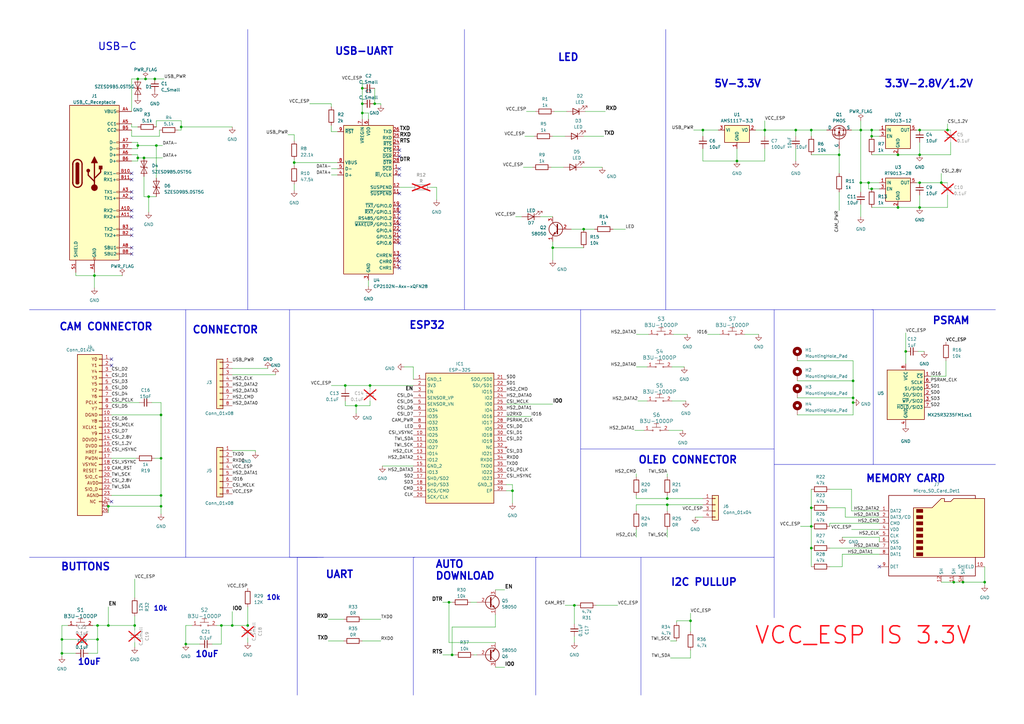
<source format=kicad_sch>
(kicad_sch (version 20230121) (generator eeschema)
  (paper "A3")
  (lib_symbols
    (symbol "Conn_01x24_1" (pin_names (offset 1.016) hide)
      (property "Reference" "J1" (at 5.08 33.02 0))
      (property "Value" "Conn_01x24" (at 1.27 31.75 0))
      (symbol "Conn_01x24_1_1_1"
        (text "AGND" (at 6.35 -27.94 0) (effects (font (size 1.27 1.27))))
        (text "AVDD" (at 6.35 -22.86 0) (effects (font (size 1.27 1.27))))
        (text "DGND" (at 5.715 5.08 0) (effects (font (size 1.27 1.27))))
        (text "DOVDD" (at 5.08 -5.08 0) (effects (font (size 1.27 1.27))))
        (text "DVDD" (at 5.715 -7.62 0) (effects (font (size 1.27 1.27))))
        (text "HREF" (at 5.715 -10.16 0) (effects (font (size 1.27 1.27))))
        (text "NC" (at 6.35 -30.48 0) (effects (font (size 1.27 1.27))))
        (text "PCLK" (at 5.715 10.16 0) (effects (font (size 1.27 1.27))))
        (text "PWDN" (at 5.715 -12.7 0) (effects (font (size 1.27 1.27))))
        (text "RESET" (at 5.08 -17.78 0) (effects (font (size 1.27 1.27))))
        (text "SIO_C" (at 5.715 -20.32 0) (effects (font (size 1.27 1.27))))
        (text "SIO_D" (at 5.715 -25.4 0) (effects (font (size 1.27 1.27))))
        (text "VSYNC" (at 5.08 -15.24 0) (effects (font (size 1.27 1.27))))
        (text "XCLK1" (at 5.08 0 0) (effects (font (size 1.27 1.27))))
        (text "Y0" (at 6.985 27.94 0) (effects (font (size 1.27 1.27))))
        (text "Y1" (at 6.985 25.4 0) (effects (font (size 1.27 1.27))))
        (text "Y2" (at 6.985 15.24 0) (effects (font (size 1.27 1.27))))
        (text "Y3" (at 6.985 20.32 0) (effects (font (size 1.27 1.27))))
        (text "Y4" (at 6.985 22.86 0) (effects (font (size 1.27 1.27))))
        (text "Y5" (at 6.985 17.78 0) (effects (font (size 1.27 1.27))))
        (text "Y6" (at 6.985 12.7 0) (effects (font (size 1.27 1.27))))
        (text "Y7" (at 6.985 7.62 0) (effects (font (size 1.27 1.27))))
        (text "Y8" (at 6.985 2.54 0) (effects (font (size 1.27 1.27))))
        (text "Y9" (at 6.985 -2.54 0) (effects (font (size 1.27 1.27))))
        (pin passive line (at 13.97 27.94 180) (length 3.81) (name "Pin_1") (number "1"))
        (pin passive line (at 13.97 5.08 180) (length 3.81) (name "Pin_10") (number "10"))
        (pin passive line (at 13.97 2.54 180) (length 3.81) (name "Pin_11") (number "11"))
        (pin passive line (at 13.97 0 180) (length 3.81) (name "Pin_12") (number "12"))
        (pin passive line (at 13.97 -2.54 180) (length 3.81) (name "Pin_13") (number "13"))
        (pin passive line (at 13.97 -5.08 180) (length 3.81) (name "Pin_14") (number "14"))
        (pin passive line (at 13.97 -7.62 180) (length 3.81) (name "Pin_15") (number "15"))
        (pin passive line (at 13.97 -10.16 180) (length 3.81) (name "Pin_16") (number "16"))
        (pin passive line (at 13.97 -12.7 180) (length 3.81) (name "Pin_17") (number "17"))
        (pin passive line (at 13.97 -15.24 180) (length 3.81) (name "Pin_18") (number "18"))
        (pin passive line (at 13.97 -17.78 180) (length 3.81) (name "Pin_19") (number "19"))
        (pin passive line (at 13.97 25.4 180) (length 3.81) (name "Pin_2") (number "2"))
        (pin passive line (at 13.97 -20.32 180) (length 3.81) (name "Pin_20") (number "20"))
        (pin passive line (at 13.97 -22.86 180) (length 3.81) (name "Pin_21") (number "21"))
        (pin passive line (at 13.97 -25.4 180) (length 3.81) (name "Pin_22") (number "22"))
        (pin passive line (at 13.97 -27.94 180) (length 3.81) (name "Pin_23") (number "23"))
        (pin passive line (at 13.97 -30.48 180) (length 3.81) (name "Pin_24") (number "24"))
        (pin passive line (at 12.7 -32.385 180) (length 2.54) (name "GND") (number "25"))
        (pin passive line (at 12.7 -34.925 180) (length 2.54) (name "GND") (number "26"))
        (pin passive line (at 13.97 22.86 180) (length 3.81) (name "Pin_3") (number "3"))
        (pin passive line (at 13.97 20.32 180) (length 3.81) (name "Pin_4") (number "4"))
        (pin passive line (at 13.97 17.78 180) (length 3.81) (name "Pin_5") (number "5"))
        (pin passive line (at 13.97 15.24 180) (length 3.81) (name "Pin_6") (number "6"))
        (pin passive line (at 13.97 12.7 180) (length 3.81) (name "Pin_7") (number "7"))
        (pin passive line (at 13.97 10.16 180) (length 3.81) (name "Pin_8") (number "8"))
        (pin passive line (at 13.97 7.62 180) (length 3.81) (name "Pin_9") (number "9"))
      )
    )
    (symbol "Connector:Micro_SD_Card_Det1"
      (property "Reference" "J7" (at 0.635 20.955 0))
      (property "Value" "Micro_SD_Card_Det1" (at 0.635 18.415 0))
      (symbol "Micro_SD_Card_Det1_1_1"
        (pin bidirectional line (at -22.86 10.16 0) (length 3.81) (name "DAT2") (number "1"))
        (pin passive line (at 20.32 -12.7 180) (length 3.81) (name "SHIELD") (number "10"))
        (pin passive line (at 7.62 -19.05 90) (length 2.54) (name "SH") (number "11"))
        (pin passive line (at 2.54 -19.05 90) (length 2.54) (name "SH") (number "12"))
        (pin bidirectional line (at -22.86 7.62 0) (length 3.81) (name "DAT3/CD") (number "2"))
        (pin input line (at -22.86 5.08 0) (length 3.81) (name "CMD") (number "3"))
        (pin power_in line (at -22.86 2.54 0) (length 3.81) (name "VDD") (number "4"))
        (pin input line (at -22.86 0 0) (length 3.81) (name "CLK") (number "5"))
        (pin power_in line (at -22.86 -2.54 0) (length 3.81) (name "VSS") (number "6"))
        (pin bidirectional line (at -22.86 -5.08 0) (length 3.81) (name "DAT0") (number "7"))
        (pin bidirectional line (at -22.86 -7.62 0) (length 3.81) (name "DAT1") (number "8"))
        (pin passive line (at -22.86 -12.7 0) (length 3.81) (name "DET") (number "9"))
        (pin passive line (at 11.43 -19.05 90) (length 2.54) (name "SH") (number "SH"))
      )
    )
    (symbol "Connector:USB_C_Receptacle" (pin_names (offset 1.016))
      (property "Reference" "J" (at -10.16 29.21 0))
      (property "Value" "USB_C_Receptacle" (at 10.16 29.21 0))
      (symbol "USB_C_Receptacle_1_1"
        (pin passive line (at 0 -40.64 90) (length 5.08) (name "GND") (number "A1"))
        (pin bidirectional line (at 15.24 -15.24 180) (length 5.08) (name "RX2-") (number "A10"))
        (pin bidirectional line (at 15.24 -17.78 180) (length 5.08) (name "RX2+") (number "A11"))
        (pin passive line (at 0 -40.64 90) (length 5.08) hide (name "GND") (number "A12"))
        (pin bidirectional line (at 15.24 -10.16 180) (length 5.08) (name "TX1+") (number "A2"))
        (pin bidirectional line (at 15.24 -7.62 180) (length 5.08) (name "TX1-") (number "A3"))
        (pin passive line (at 15.24 25.4 180) (length 5.08) (name "VBUS") (number "A4"))
        (pin bidirectional line (at 15.24 20.32 180) (length 5.08) (name "CC1") (number "A5"))
        (pin bidirectional line (at 15.24 7.62 180) (length 5.08) (name "D+") (number "A6"))
        (pin bidirectional line (at 15.24 12.7 180) (length 5.08) (name "D-") (number "A7"))
        (pin bidirectional line (at 15.24 -30.48 180) (length 5.08) (name "SBU1") (number "A8"))
        (pin passive line (at 15.24 25.4 180) (length 5.08) hide (name "VBUS") (number "A9"))
        (pin passive line (at 0 -40.64 90) (length 5.08) hide (name "GND") (number "B1"))
        (pin bidirectional line (at 15.24 0 180) (length 5.08) (name "RX1-") (number "B10"))
        (pin bidirectional line (at 15.24 -2.54 180) (length 5.08) (name "RX1+") (number "B11"))
        (pin passive line (at 0 -40.64 90) (length 5.08) hide (name "GND") (number "B12"))
        (pin bidirectional line (at 15.24 -25.4 180) (length 5.08) (name "TX2+") (number "B2"))
        (pin bidirectional line (at 15.24 -22.86 180) (length 5.08) (name "TX2-") (number "B3"))
        (pin passive line (at 15.24 25.4 180) (length 5.08) hide (name "VBUS") (number "B4"))
        (pin bidirectional line (at 15.24 17.78 180) (length 5.08) (name "CC2") (number "B5"))
        (pin bidirectional line (at 15.24 5.08 180) (length 5.08) (name "D+") (number "B6"))
        (pin bidirectional line (at 15.24 10.16 180) (length 5.08) (name "D-") (number "B7"))
        (pin bidirectional line (at 15.24 -33.02 180) (length 5.08) (name "SBU2") (number "B8"))
        (pin passive line (at 15.24 25.4 180) (length 5.08) hide (name "VBUS") (number "B9"))
        (pin passive line (at -7.62 -40.64 90) (length 5.08) (name "SHIELD") (number "S1"))
      )
    )
    (symbol "Connector_Generic:Conn_01x04" (pin_names (offset 1.016) hide)
      (property "Reference" "J" (at 0 5.08 0))
      (property "Value" "Conn_01x04" (at 0 -7.62 0))
      (symbol "Conn_01x04_1_1"
        (pin passive line (at -5.08 2.54 0) (length 3.81) (name "Pin_1") (number "1"))
        (pin passive line (at -5.08 0 0) (length 3.81) (name "Pin_2") (number "2"))
        (pin passive line (at -5.08 -2.54 0) (length 3.81) (name "Pin_3") (number "3"))
        (pin passive line (at -5.08 -5.08 0) (length 3.81) (name "Pin_4") (number "4"))
      )
    )
    (symbol "Connector_Generic:Conn_01x08" (pin_names (offset 1.016) hide)
      (property "Reference" "J" (at 0 10.16 0))
      (property "Value" "Conn_01x08" (at 0 -12.7 0))
      (symbol "Conn_01x08_1_1"
        (pin passive line (at -5.08 7.62 0) (length 3.81) (name "Pin_1") (number "1"))
        (pin passive line (at -5.08 5.08 0) (length 3.81) (name "Pin_2") (number "2"))
        (pin passive line (at -5.08 2.54 0) (length 3.81) (name "Pin_3") (number "3"))
        (pin passive line (at -5.08 0 0) (length 3.81) (name "Pin_4") (number "4"))
        (pin passive line (at -5.08 -2.54 0) (length 3.81) (name "Pin_5") (number "5"))
        (pin passive line (at -5.08 -5.08 0) (length 3.81) (name "Pin_6") (number "6"))
        (pin passive line (at -5.08 -7.62 0) (length 3.81) (name "Pin_7") (number "7"))
        (pin passive line (at -5.08 -10.16 0) (length 3.81) (name "Pin_8") (number "8"))
      )
    )
    (symbol "Device:C_Small" (pin_numbers hide) (pin_names (offset 0.254) hide)
      (property "Reference" "C" (at 0.254 1.778 0))
      (property "Value" "C_Small" (at 0.254 -2.032 0))
      (symbol "C_Small_1_1"
        (pin passive line (at 0 2.54 270) (length 2.032) (name "~") (number "1"))
        (pin passive line (at 0 -2.54 90) (length 2.032) (name "~") (number "2"))
      )
    )
    (symbol "Device:LED" (pin_numbers hide) (pin_names (offset 1.016) hide)
      (property "Reference" "D" (at 0 2.54 0))
      (property "Value" "LED" (at 0 -2.54 0))
      (symbol "LED_1_1"
        (pin passive line (at -3.81 0 0) (length 2.54) (name "K") (number "1"))
        (pin passive line (at 3.81 0 180) (length 2.54) (name "A") (number "2"))
      )
    )
    (symbol "Device:R" (pin_numbers hide) (pin_names (offset 0))
      (property "Reference" "R" (at 2.032 0 90))
      (property "Value" "R" (at 0 0 90))
      (symbol "R_1_1"
        (pin passive line (at 0 3.81 270) (length 1.27) (name "~") (number "1"))
        (pin passive line (at 0 -3.81 90) (length 1.27) (name "~") (number "2"))
      )
    )
    (symbol "Diode:SZESD9B5.0ST5G" (pin_numbers hide) (pin_names (offset 1.016) hide)
      (property "Reference" "D" (at 0 2.54 0))
      (property "Value" "SZESD9B5.0ST5G" (at 0 -2.54 0))
      (symbol "SZESD9B5.0ST5G_1_1"
        (pin passive line (at -3.81 0 0) (length 2.54) (name "A1") (number "1"))
        (pin passive line (at 3.81 0 180) (length 2.54) (name "A2") (number "2"))
      )
    )
    (symbol "ESP-32S:ESP-32S"
      (property "Reference" "IC" (at 34.29 7.62 0))
      (property "Value" "ESP-32S" (at 34.29 5.08 0))
      (symbol "ESP-32S_1_1"
        (pin passive line (at 0 0 0) (length 5.08) (name "GND_1") (number "1"))
        (pin passive line (at 0 -22.86 0) (length 5.08) (name "IO25") (number "10"))
        (pin passive line (at 0 -25.4 0) (length 5.08) (name "IO26") (number "11"))
        (pin passive line (at 0 -27.94 0) (length 5.08) (name "IO27") (number "12"))
        (pin passive line (at 0 -30.48 0) (length 5.08) (name "IO14") (number "13"))
        (pin passive line (at 0 -33.02 0) (length 5.08) (name "IO12") (number "14"))
        (pin passive line (at 0 -35.56 0) (length 5.08) (name "GND_2") (number "15"))
        (pin passive line (at 0 -38.1 0) (length 5.08) (name "IO13") (number "16"))
        (pin passive line (at 0 -40.64 0) (length 5.08) (name "SHD/SD2") (number "17"))
        (pin passive line (at 0 -43.18 0) (length 5.08) (name "SHD/SD3") (number "18"))
        (pin passive line (at 0 -45.72 0) (length 5.08) (name "SCS/CMD") (number "19"))
        (pin passive line (at 0 -2.54 0) (length 5.08) (name "3V3") (number "2"))
        (pin passive line (at 0 -48.26 0) (length 5.08) (name "SCK/CLK") (number "20"))
        (pin passive line (at 38.1 0 180) (length 5.08) (name "SDO/SD0") (number "21"))
        (pin passive line (at 38.1 -2.54 180) (length 5.08) (name "SDI/SD1") (number "22"))
        (pin passive line (at 38.1 -5.08 180) (length 5.08) (name "IO15") (number "23"))
        (pin passive line (at 38.1 -7.62 180) (length 5.08) (name "IO2") (number "24"))
        (pin passive line (at 38.1 -10.16 180) (length 5.08) (name "IO0") (number "25"))
        (pin passive line (at 38.1 -12.7 180) (length 5.08) (name "IO4") (number "26"))
        (pin passive line (at 38.1 -15.24 180) (length 5.08) (name "IO16") (number "27"))
        (pin passive line (at 38.1 -17.78 180) (length 5.08) (name "IO17") (number "28"))
        (pin passive line (at 38.1 -20.32 180) (length 5.08) (name "IO5") (number "29"))
        (pin passive line (at 0 -5.08 0) (length 5.08) (name "EN") (number "3"))
        (pin passive line (at 38.1 -22.86 180) (length 5.08) (name "IO18") (number "30"))
        (pin passive line (at 38.1 -25.4 180) (length 5.08) (name "IO19") (number "31"))
        (pin no_connect line (at 38.1 -27.94 180) (length 5.08) (name "NC") (number "32"))
        (pin passive line (at 38.1 -30.48 180) (length 5.08) (name "IO21") (number "33"))
        (pin passive line (at 38.1 -33.02 180) (length 5.08) (name "RXD0") (number "34"))
        (pin passive line (at 38.1 -35.56 180) (length 5.08) (name "TXDO") (number "35"))
        (pin passive line (at 38.1 -38.1 180) (length 5.08) (name "IO22") (number "36"))
        (pin passive line (at 38.1 -40.64 180) (length 5.08) (name "IO23") (number "37"))
        (pin passive line (at 38.1 -43.18 180) (length 5.08) (name "GND_3") (number "38"))
        (pin passive line (at 38.1 -45.72 180) (length 5.08) (name "EP") (number "39"))
        (pin passive line (at 0 -7.62 0) (length 5.08) (name "SENSOR_VP") (number "4"))
        (pin passive line (at 0 -10.16 0) (length 5.08) (name "SENSOR_VN") (number "5"))
        (pin passive line (at 0 -12.7 0) (length 5.08) (name "IO34") (number "6"))
        (pin passive line (at 0 -15.24 0) (length 5.08) (name "IO35") (number "7"))
        (pin passive line (at 0 -17.78 0) (length 5.08) (name "IO32") (number "8"))
        (pin passive line (at 0 -20.32 0) (length 5.08) (name "IO33") (number "9"))
      )
    )
    (symbol "Interface_USB:CP2102N-Axx-xQFN28"
      (property "Reference" "U" (at -8.89 31.75 0))
      (property "Value" "CP2102N-Axx-xQFN28" (at 12.7 31.75 0))
      (symbol "CP2102N-Axx-xQFN28_1_1"
        (pin input line (at 12.7 12.7 180) (length 2.54) (name "~{DCD}") (number "1"))
        (pin no_connect line (at -10.16 -27.94 0) (length 2.54) hide (name "NC") (number "10"))
        (pin output line (at 12.7 2.54 180) (length 2.54) (name "~{SUSPEND}") (number "11"))
        (pin output line (at 12.7 5.08 180) (length 2.54) (name "SUSPEND") (number "12"))
        (pin output line (at 12.7 -22.86 180) (length 2.54) (name "CHREN") (number "13"))
        (pin output line (at 12.7 -27.94 180) (length 2.54) (name "CHR1") (number "14"))
        (pin output line (at 12.7 -25.4 180) (length 2.54) (name "CHR0") (number "15"))
        (pin bidirectional line (at 12.7 -10.16 180) (length 2.54) (name "~{WAKEUP}/GPIO.3") (number "16"))
        (pin bidirectional line (at 12.7 -7.62 180) (length 2.54) (name "RS485/GPIO.2") (number "17"))
        (pin bidirectional line (at 12.7 -5.08 180) (length 2.54) (name "~{RXT}/GPIO.1") (number "18"))
        (pin bidirectional line (at 12.7 -2.54 180) (length 2.54) (name "~{TXT}/GPIO.0") (number "19"))
        (pin bidirectional line (at 12.7 10.16 180) (length 2.54) (name "~{RI}/CLK") (number "2"))
        (pin bidirectional line (at 12.7 -17.78 180) (length 2.54) (name "GPIO.6") (number "20"))
        (pin bidirectional line (at 12.7 -15.24 180) (length 2.54) (name "GPIO.5") (number "21"))
        (pin bidirectional line (at 12.7 -12.7 180) (length 2.54) (name "GPIO.4") (number "22"))
        (pin input line (at 12.7 20.32 180) (length 2.54) (name "~{CTS}") (number "23"))
        (pin output line (at 12.7 22.86 180) (length 2.54) (name "~{RTS}") (number "24"))
        (pin input line (at 12.7 25.4 180) (length 2.54) (name "RXD") (number "25"))
        (pin output line (at 12.7 27.94 180) (length 2.54) (name "TXD") (number "26"))
        (pin input line (at 12.7 17.78 180) (length 2.54) (name "~{DSR}") (number "27"))
        (pin output line (at 12.7 15.24 180) (length 2.54) (name "~{DTR}") (number "28"))
        (pin passive line (at 0 -33.02 90) (length 2.54) hide (name "GND") (number "29"))
        (pin power_in line (at 0 -33.02 90) (length 2.54) (name "GND") (number "3"))
        (pin bidirectional line (at -12.7 10.16 0) (length 2.54) (name "D+") (number "4"))
        (pin bidirectional line (at -12.7 12.7 0) (length 2.54) (name "D-") (number "5"))
        (pin power_in line (at 0 33.02 270) (length 2.54) (name "VDD") (number "6"))
        (pin power_in line (at -2.54 33.02 270) (length 2.54) (name "VREGIN") (number "7"))
        (pin input line (at -12.7 15.24 0) (length 2.54) (name "VBUS") (number "8"))
        (pin input line (at -12.7 27.94 0) (length 2.54) (name "~{RST}") (number "9"))
      )
    )
    (symbol "Mechanical:MountingHole_Pad" (pin_numbers hide) (pin_names (offset 1.016) hide)
      (property "Reference" "H" (at 0 6.35 0))
      (property "Value" "MountingHole_Pad" (at 0 4.445 0))
      (symbol "MountingHole_Pad_1_1"
        (pin input line (at 0 -2.54 90) (length 2.54) (name "1") (number "1"))
      )
    )
    (symbol "Memory_Flash:MX25R3235FM1xx1"
      (property "Reference" "U" (at -6.35 11.43 0))
      (property "Value" "MX25R3235FM1xx1" (at 10.16 11.43 0))
      (symbol "MX25R3235FM1xx1_1_1"
        (pin input line (at -10.16 7.62 0) (length 2.54) (name "~{CS}") (number "1"))
        (pin bidirectional line (at -10.16 0 0) (length 2.54) (name "SO/SIO1") (number "2"))
        (pin bidirectional line (at -10.16 -2.54 0) (length 2.54) (name "~{WP}/SIO2") (number "3"))
        (pin power_in line (at 0 -12.7 90) (length 2.54) (name "GND") (number "4"))
        (pin bidirectional line (at -10.16 2.54 0) (length 2.54) (name "SI/SIO0") (number "5"))
        (pin input line (at -10.16 5.08 0) (length 2.54) (name "SCLK") (number "6"))
        (pin bidirectional line (at -10.16 -5.08 0) (length 2.54) (name "~{HOLD}/SIO3") (number "7"))
        (pin power_in line (at 0 12.7 270) (length 2.54) (name "VCC") (number "8"))
      )
    )
    (symbol "Regulator_Linear:AMS1117-3.3"
      (property "Reference" "U" (at -3.81 3.175 0))
      (property "Value" "AMS1117-3.3" (at 0 3.175 0))
      (symbol "AMS1117-3.3_1_1"
        (pin power_in line (at 0 -7.62 90) (length 2.54) (name "GND") (number "1"))
        (pin power_out line (at 7.62 0 180) (length 2.54) (name "VO") (number "2"))
        (pin power_in line (at -7.62 0 0) (length 2.54) (name "VI") (number "3"))
      )
    )
    (symbol "Regulator_Linear:TLV73312PDBV" (pin_names (offset 0.254))
      (property "Reference" "U" (at -3.81 5.715 0))
      (property "Value" "TLV73312PDBV" (at 0 5.715 0))
      (symbol "TLV73312PDBV_1_1"
        (pin power_in line (at -7.62 2.54 0) (length 2.54) (name "IN") (number "1"))
        (pin power_in line (at 0 -7.62 90) (length 2.54) (name "GND") (number "2"))
        (pin input line (at -7.62 0 0) (length 2.54) (name "EN") (number "3"))
        (pin no_connect line (at 5.08 0 180) (length 2.54) hide (name "NC") (number "4"))
        (pin power_out line (at 7.62 2.54 180) (length 2.54) (name "OUT") (number "5"))
      )
    )
    (symbol "Simulation_SPICE:PMOS" (pin_numbers hide) (pin_names (offset 0))
      (property "Reference" "Q" (at 5.08 1.27 0))
      (property "Value" "PMOS" (at 5.08 -1.27 0))
      (symbol "PMOS_1_1"
        (pin passive line (at 2.54 5.08 270) (length 2.54) (name "D") (number "1"))
        (pin input line (at -5.08 0 0) (length 2.54) (name "G") (number "2"))
        (pin passive line (at 2.54 -5.08 90) (length 2.54) (name "S") (number "3"))
      )
    )
    (symbol "Transistor_BJT:S8050" (pin_names (offset 0) hide)
      (property "Reference" "Q" (at 5.08 1.905 0))
      (property "Value" "S8050" (at 5.08 0 0))
      (symbol "S8050_1_1"
        (pin passive line (at 2.54 -5.08 90) (length 2.54) (name "E") (number "1"))
        (pin input line (at -5.08 0 0) (length 5.08) (name "B") (number "2"))
        (pin passive line (at 2.54 5.08 270) (length 2.54) (name "C") (number "3"))
      )
    )
    (symbol "dk_Tactile-Switches:B3U-1000P" (pin_names (offset 1.016))
      (property "Reference" "S" (at 0 4.064 0))
      (property "Value" "B3U-1000P" (at 0 -2.54 0))
      (symbol "B3U-1000P_1_1"
        (pin passive line (at -5.08 0 0) (length 2.54) (name "~") (number "1"))
        (pin passive line (at 5.08 0 180) (length 2.54) (name "~") (number "2"))
      )
    )
    (symbol "power:GND" (power) (pin_names (offset 0))
      (property "Value" "GND" (at 0 -3.81 0))
      (symbol "GND_1_1"
        (pin power_in line (at 0 0 270) (length 0) hide (name "GND") (number "1"))
      )
    )
    (symbol "power:PWR_FLAG" (power) (pin_numbers hide) (pin_names (offset 0) hide)
      (property "Value" "PWR_FLAG" (at 0 3.81 0))
      (symbol "PWR_FLAG_0_0"
        (pin power_out line (at 0 0 90) (length 0) (name "pwr") (number "1"))
      )
    )
  )
  (junction (at 239.395 93.98))
  (junction (at 349.885 163.195))
  (junction (at 38.735 113.03))
  (junction (at 386.08 74.93))
  (junction (at 377.19 53.34))
  (junction (at 76.2 264.16))
  (junction (at 25.4 262.255))
  (junction (at 146.05 166.37))
  (junction (at 101.6 256.54))
  (junction (at 55.245 256.54))
  (junction (at 56.515 59.69))
  (junction (at 288.29 53.34))
  (junction (at 59.055 64.77))
  (junction (at 60.96 80.645))
  (junction (at 185.42 268.605))
  (junction (at 368.3 63.5))
  (junction (at 377.19 63.5))
  (junction (at 273.685 204.47))
  (junction (at 332.74 53.34))
  (junction (at 394.97 238.76))
  (junction (at 44.45 207.645))
  (junction (at 66.04 187.96))
  (junction (at 56.515 64.77))
  (junction (at 210.185 201.295))
  (junction (at 357.505 53.34))
  (junction (at 56.515 32.385))
  (junction (at 326.39 53.34))
  (junction (at 64.135 59.69))
  (junction (at 283.21 254.635))
  (junction (at 349.885 156.21))
  (junction (at 377.19 85.09))
  (junction (at 153.67 42.545))
  (junction (at 273.685 207.01))
  (junction (at 302.26 66.04))
  (junction (at 184.15 247.015))
  (junction (at 151.765 158.115))
  (junction (at 377.19 74.93))
  (junction (at 63.5 32.385))
  (junction (at 349.885 165.1))
  (junction (at 59.69 32.385))
  (junction (at 332.74 208.28))
  (junction (at 148.59 42.545))
  (junction (at 66.04 203.2))
  (junction (at 368.3 85.09))
  (junction (at 344.17 63.5))
  (junction (at 148.59 46.355))
  (junction (at 40.005 262.255))
  (junction (at 353.06 53.34))
  (junction (at 235.585 248.285))
  (junction (at 95.25 256.54))
  (junction (at 388.62 53.34))
  (junction (at 371.475 144.145))
  (junction (at 120.65 66.675))
  (junction (at 66.04 207.645))
  (junction (at 74.295 52.07))
  (junction (at 356.235 74.93))
  (junction (at 44.45 256.54))
  (junction (at 141.605 158.115))
  (junction (at 313.69 53.34))
  (junction (at 332.74 224.79))
  (junction (at 226.695 101.6))
  (junction (at 403.86 238.76))
  (junction (at 40.005 256.54))
  (junction (at 391.16 238.76))
  (junction (at 357.505 77.47))
  (junction (at 90.805 256.54))
  (junction (at 66.04 170.18))
  (junction (at 25.4 267.97))
  (junction (at 353.06 74.93))
  (junction (at 332.74 215.9))
  (junction (at 148.59 36.195))
  (junction (at 357.505 55.88))
  (no_connect (at 163.83 109.855))
  (no_connect (at 163.83 86.995))
  (no_connect (at 53.975 78.74))
  (no_connect (at 163.83 104.775))
  (no_connect (at 45.72 147.32))
  (no_connect (at 163.83 84.455))
  (no_connect (at 163.83 79.375))
  (no_connect (at 53.975 71.12))
  (no_connect (at 163.83 61.595))
  (no_connect (at 163.83 92.075))
  (no_connect (at 53.975 104.14))
  (no_connect (at 53.975 101.6))
  (no_connect (at 45.72 149.86))
  (no_connect (at 53.975 73.66))
  (no_connect (at 163.83 71.755))
  (no_connect (at 163.83 89.535))
  (no_connect (at 360.68 232.41))
  (no_connect (at 163.83 99.695))
  (no_connect (at 53.975 86.36))
  (no_connect (at 163.83 64.135))
  (no_connect (at 53.975 88.9))
  (no_connect (at 53.975 96.52))
  (no_connect (at 53.975 81.28))
  (no_connect (at 53.975 93.98))
  (no_connect (at 163.83 97.155))
  (no_connect (at 163.83 69.215))
  (no_connect (at 45.72 205.74))
  (no_connect (at 163.83 107.315))
  (no_connect (at 163.83 94.615))
  (wire (pts (xy 356.235 77.47) (xy 356.235 74.93)))
  (wire (pts (xy 76.2 256.54) (xy 76.2 264.16)))
  (wire (pts (xy 327.025 163.195) (xy 349.885 163.195)))
  (wire (pts (xy 214.63 68.58) (xy 218.44 68.58)))
  (wire (pts (xy 95.25 256.54) (xy 90.805 256.54)))
  (wire (pts (xy 357.505 53.34) (xy 357.505 55.88)))
  (wire (pts (xy 135.89 53.975) (xy 138.43 53.975)))
  (wire (pts (xy 284.48 53.34) (xy 288.29 53.34)))
  (polyline (pts (xy 76.2 127) (xy 76.2 228.6)))
  (wire (pts (xy 344.17 78.74) (xy 344.17 86.36)))
  (wire (pts (xy 326.39 53.34) (xy 326.39 55.88)))
  (wire (pts (xy 227.33 45.72) (xy 232.41 45.72)))
  (wire (pts (xy 25.4 256.54) (xy 25.4 262.255)))
  (wire (pts (xy 327.025 156.21) (xy 349.885 156.21)))
  (wire (pts (xy 148.59 262.89) (xy 156.21 262.89)))
  (wire (pts (xy 346.71 212.09) (xy 360.68 212.09)))
  (wire (pts (xy 273.685 204.47) (xy 288.29 204.47)))
  (wire (pts (xy 394.97 238.76) (xy 403.86 238.76)))
  (wire (pts (xy 184.15 247.015) (xy 184.15 263.525)))
  (wire (pts (xy 273.685 217.17) (xy 273.685 220.345)))
  (wire (pts (xy 345.44 220.345) (xy 360.68 220.345)))
  (polyline (pts (xy 12.065 228.6) (xy 317.5 228.6)))
  (wire (pts (xy 151.765 158.115) (xy 169.545 158.115)))
  (wire (pts (xy 90.805 264.16) (xy 90.805 256.54)))
  (wire (pts (xy 235.585 248.285) (xy 236.855 248.285)))
  (wire (pts (xy 305.435 137.16) (xy 311.15 137.16)))
  (wire (pts (xy 207.645 201.295) (xy 210.185 201.295)))
  (wire (pts (xy 215.9 45.72) (xy 219.71 45.72)))
  (wire (pts (xy 326.39 60.96) (xy 326.39 66.04)))
  (wire (pts (xy 120.65 65.405) (xy 120.65 66.675)))
  (wire (pts (xy 377.19 53.34) (xy 388.62 53.34)))
  (wire (pts (xy 55.245 252.73) (xy 55.245 256.54)))
  (wire (pts (xy 273.685 207.01) (xy 260.985 207.01)))
  (wire (pts (xy 101.6 261.62) (xy 101.6 263.525)))
  (wire (pts (xy 148.59 36.195) (xy 148.59 42.545)))
  (wire (pts (xy 353.06 74.93) (xy 353.06 78.74)))
  (wire (pts (xy 226.06 68.58) (xy 231.14 68.58)))
  (wire (pts (xy 135.89 42.545) (xy 135.89 43.815)))
  (wire (pts (xy 238.76 68.58) (xy 247.015 68.58)))
  (wire (pts (xy 327.025 147.955) (xy 349.885 147.955)))
  (wire (pts (xy 56.515 59.69) (xy 56.515 60.96)))
  (wire (pts (xy 36.195 262.255) (xy 40.005 262.255)))
  (wire (pts (xy 45.72 187.96) (xy 55.88 187.96)))
  (wire (pts (xy 134.62 254) (xy 140.97 254)))
  (wire (pts (xy 277.495 254.635) (xy 283.21 254.635)))
  (wire (pts (xy 349.885 147.955) (xy 349.885 156.21)))
  (wire (pts (xy 59.055 72.39) (xy 59.055 80.645)))
  (wire (pts (xy 371.475 136.525) (xy 371.475 144.145)))
  (wire (pts (xy 135.89 158.115) (xy 141.605 158.115)))
  (wire (pts (xy 27.94 256.54) (xy 25.4 256.54)))
  (wire (pts (xy 156.845 191.135) (xy 169.545 191.135)))
  (wire (pts (xy 285.115 212.09) (xy 288.29 212.09)))
  (wire (pts (xy 203.2 241.935) (xy 207.01 241.935)))
  (wire (pts (xy 357.505 55.88) (xy 360.68 55.88)))
  (wire (pts (xy 86.995 264.16) (xy 90.805 264.16)))
  (wire (pts (xy 387.985 147.955) (xy 387.985 154.305)))
  (wire (pts (xy 53.975 50.8) (xy 53.975 52.07)))
  (wire (pts (xy 203.2 273.685) (xy 207.01 273.685)))
  (wire (pts (xy 235.585 255.905) (xy 235.585 248.285)))
  (wire (pts (xy 64.135 52.07) (xy 64.135 49.53)))
  (wire (pts (xy 64.135 59.69) (xy 66.675 59.69)))
  (wire (pts (xy 349.885 165.1) (xy 349.885 170.18)))
  (wire (pts (xy 38.735 111.76) (xy 38.735 113.03)))
  (wire (pts (xy 59.055 64.77) (xy 66.675 64.77)))
  (wire (pts (xy 403.86 232.41) (xy 403.86 238.76)))
  (polyline (pts (xy 358.14 190.5) (xy 358.14 127)))
  (wire (pts (xy 66.04 207.645) (xy 66.04 210.82)))
  (wire (pts (xy 66.04 170.18) (xy 66.04 187.96)))
  (wire (pts (xy 109.855 151.13) (xy 95.25 151.13)))
  (wire (pts (xy 44.45 207.645) (xy 66.04 207.645)))
  (wire (pts (xy 277.495 255.27) (xy 277.495 254.635)))
  (wire (pts (xy 185.42 257.175) (xy 203.2 257.175)))
  (wire (pts (xy 290.195 137.16) (xy 295.275 137.16)))
  (wire (pts (xy 181.61 247.015) (xy 184.15 247.015)))
  (wire (pts (xy 56.515 58.42) (xy 56.515 59.69)))
  (wire (pts (xy 101.6 248.92) (xy 101.6 256.54)))
  (wire (pts (xy 63.5 187.96) (xy 66.04 187.96)))
  (wire (pts (xy 44.45 207.645) (xy 44.45 210.185)))
  (wire (pts (xy 340.36 224.79) (xy 360.68 224.79)))
  (wire (pts (xy 357.505 53.34) (xy 360.68 53.34)))
  (wire (pts (xy 260.985 203.2) (xy 260.985 204.47)))
  (wire (pts (xy 239.395 55.88) (xy 247.65 55.88)))
  (wire (pts (xy 55.245 256.54) (xy 55.245 258.445)))
  (wire (pts (xy 349.25 217.17) (xy 360.68 217.17)))
  (wire (pts (xy 151.13 46.355) (xy 148.59 46.355)))
  (wire (pts (xy 38.735 113.03) (xy 38.735 118.11)))
  (polyline (pts (xy 121.92 228.6) (xy 130.175 228.6)))
  (wire (pts (xy 234.315 93.98) (xy 239.395 93.98)))
  (wire (pts (xy 141.605 159.385) (xy 141.605 158.115)))
  (wire (pts (xy 215.265 55.88) (xy 219.075 55.88)))
  (wire (pts (xy 207.645 165.735) (xy 226.695 165.735)))
  (wire (pts (xy 53.975 63.5) (xy 56.515 63.5)))
  (wire (pts (xy 169.545 150.495) (xy 169.545 155.575)))
  (wire (pts (xy 53.975 66.04) (xy 56.515 66.04)))
  (wire (pts (xy 31.115 113.03) (xy 38.735 113.03)))
  (wire (pts (xy 62.23 165.1) (xy 66.04 165.1)))
  (polyline (pts (xy 358.14 127) (xy 357.505 127)))
  (wire (pts (xy 226.695 99.06) (xy 226.695 101.6)))
  (wire (pts (xy 313.69 60.96) (xy 313.69 66.04)))
  (wire (pts (xy 120.65 75.565) (xy 120.65 78.105)))
  (wire (pts (xy 368.3 85.09) (xy 377.19 85.09)))
  (polyline (pts (xy 118.745 127) (xy 118.745 228.6)))
  (wire (pts (xy 179.07 76.835) (xy 176.53 76.835)))
  (wire (pts (xy 153.67 36.195) (xy 153.67 42.545)))
  (wire (pts (xy 38.735 113.03) (xy 50.165 113.03)))
  (wire (pts (xy 25.4 262.255) (xy 25.4 267.97)))
  (wire (pts (xy 244.475 248.285) (xy 253.365 248.285)))
  (wire (pts (xy 45.72 170.18) (xy 66.04 170.18)))
  (wire (pts (xy 148.59 254) (xy 156.21 254)))
  (wire (pts (xy 95.25 184.785) (xy 104.775 184.785)))
  (wire (pts (xy 146.05 166.37) (xy 146.05 169.545)))
  (wire (pts (xy 101.6 256.54) (xy 95.25 256.54)))
  (wire (pts (xy 53.975 55.88) (xy 65.405 55.88)))
  (wire (pts (xy 376.555 144.145) (xy 379.095 144.145)))
  (wire (pts (xy 231.775 248.285) (xy 235.585 248.285)))
  (wire (pts (xy 276.225 137.16) (xy 281.94 137.16)))
  (polyline (pts (xy 169.545 285.115) (xy 169.545 228.6)))
  (wire (pts (xy 235.585 260.985) (xy 235.585 263.525)))
  (wire (pts (xy 261.62 164.465) (xy 265.43 164.465)))
  (wire (pts (xy 56.515 63.5) (xy 56.515 64.77)))
  (wire (pts (xy 344.17 63.5) (xy 344.17 71.12)))
  (wire (pts (xy 283.21 251.46) (xy 283.21 254.635)))
  (wire (pts (xy 386.08 71.12) (xy 386.08 74.93)))
  (wire (pts (xy 274.955 269.875) (xy 283.21 269.875)))
  (wire (pts (xy 53.975 60.96) (xy 56.515 60.96)))
  (wire (pts (xy 134.62 262.89) (xy 140.97 262.89)))
  (wire (pts (xy 345.44 227.33) (xy 345.44 232.41)))
  (wire (pts (xy 274.955 262.89) (xy 277.495 262.89)))
  (wire (pts (xy 273.685 194.31) (xy 273.685 195.58)))
  (wire (pts (xy 332.74 208.28) (xy 332.74 215.9)))
  (wire (pts (xy 349.885 163.195) (xy 349.885 165.1)))
  (wire (pts (xy 260.985 150.495) (xy 265.43 150.495)))
  (wire (pts (xy 288.29 53.34) (xy 294.64 53.34)))
  (wire (pts (xy 74.295 52.07) (xy 74.295 53.34)))
  (wire (pts (xy 185.42 268.605) (xy 186.69 268.605)))
  (wire (pts (xy 118.11 55.245) (xy 120.65 55.245)))
  (wire (pts (xy 120.65 66.675) (xy 138.43 66.675)))
  (wire (pts (xy 403.86 238.76) (xy 403.86 240.03)))
  (polyline (pts (xy 12.065 127) (xy 408.305 127)))
  (wire (pts (xy 151.13 48.895) (xy 151.13 46.355)))
  (wire (pts (xy 349.25 200.66) (xy 349.25 209.55)))
  (wire (pts (xy 349.25 209.55) (xy 360.68 209.55)))
  (wire (pts (xy 40.005 256.54) (xy 44.45 256.54)))
  (wire (pts (xy 156.21 43.18) (xy 156.21 42.545)))
  (wire (pts (xy 60.96 80.645) (xy 60.96 86.995)))
  (wire (pts (xy 55.245 263.525) (xy 55.245 265.43)))
  (wire (pts (xy 44.45 256.54) (xy 55.245 256.54)))
  (wire (pts (xy 313.69 53.34) (xy 313.69 55.88)))
  (wire (pts (xy 353.06 53.34) (xy 353.06 74.93)))
  (wire (pts (xy 90.805 256.54) (xy 88.9 256.54)))
  (wire (pts (xy 64.135 49.53) (xy 74.295 49.53)))
  (polyline (pts (xy 169.545 228.6) (xy 170.18 228.6)))
  (wire (pts (xy 135.89 69.215) (xy 138.43 69.215)))
  (wire (pts (xy 260.985 217.17) (xy 260.985 220.345)))
  (wire (pts (xy 332.74 224.79) (xy 332.74 232.41)))
  (wire (pts (xy 141.605 158.115) (xy 151.765 158.115)))
  (wire (pts (xy 184.15 263.525) (xy 203.2 263.525)))
  (wire (pts (xy 56.515 64.77) (xy 59.055 64.77)))
  (wire (pts (xy 25.4 269.24) (xy 25.4 267.97)))
  (wire (pts (xy 274.32 176.53) (xy 280.035 176.53)))
  (wire (pts (xy 44.45 248.92) (xy 44.45 256.54)))
  (wire (pts (xy 45.72 165.1) (xy 57.15 165.1)))
  (polyline (pts (xy 238.125 127) (xy 238.125 228.6)))
  (wire (pts (xy 313.69 49.53) (xy 313.69 53.34)))
  (wire (pts (xy 210.185 198.755) (xy 207.645 198.755)))
  (wire (pts (xy 74.295 49.53) (xy 74.295 52.07)))
  (wire (pts (xy 25.4 262.255) (xy 31.115 262.255)))
  (wire (pts (xy 288.29 66.04) (xy 302.26 66.04)))
  (wire (pts (xy 388.62 80.01) (xy 388.62 85.09)))
  (wire (pts (xy 353.06 74.93) (xy 356.235 74.93)))
  (wire (pts (xy 203.2 252.095) (xy 203.2 257.175)))
  (wire (pts (xy 288.29 60.96) (xy 288.29 66.04)))
  (wire (pts (xy 345.44 227.33) (xy 360.68 227.33)))
  (wire (pts (xy 260.985 137.16) (xy 266.065 137.16)))
  (wire (pts (xy 193.04 247.015) (xy 195.58 247.015)))
  (wire (pts (xy 349.25 53.34) (xy 353.06 53.34)))
  (wire (pts (xy 66.04 187.96) (xy 66.04 203.2)))
  (wire (pts (xy 55.245 237.49) (xy 55.245 245.11)))
  (wire (pts (xy 65.405 55.88) (xy 65.405 53.34)))
  (polyline (pts (xy 238.125 184.15) (xy 317.5 184.15)))
  (wire (pts (xy 120.65 55.245) (xy 120.65 57.785)))
  (wire (pts (xy 151.765 166.37) (xy 146.05 166.37)))
  (wire (pts (xy 226.695 101.6) (xy 226.695 106.68)))
  (wire (pts (xy 240.03 45.72) (xy 248.285 45.72)))
  (wire (pts (xy 56.515 32.385) (xy 59.69 32.385)))
  (wire (pts (xy 260.985 194.31) (xy 260.985 195.58)))
  (wire (pts (xy 368.3 63.5) (xy 377.19 63.5)))
  (wire (pts (xy 377.19 85.09) (xy 388.62 85.09)))
  (wire (pts (xy 207.645 170.815) (xy 217.805 170.815)))
  (wire (pts (xy 340.36 232.41) (xy 345.44 232.41)))
  (wire (pts (xy 391.16 238.76) (xy 394.97 238.76)))
  (wire (pts (xy 53.975 32.385) (xy 56.515 32.385)))
  (wire (pts (xy 141.605 166.37) (xy 146.05 166.37)))
  (wire (pts (xy 66.04 165.1) (xy 66.04 170.18)))
  (wire (pts (xy 45.72 203.2) (xy 66.04 203.2)))
  (wire (pts (xy 78.74 256.54) (xy 76.2 256.54)))
  (wire (pts (xy 148.59 33.02) (xy 148.59 36.195)))
  (wire (pts (xy 185.42 257.175) (xy 185.42 268.605)))
  (wire (pts (xy 328.295 215.9) (xy 332.74 215.9)))
  (wire (pts (xy 302.26 60.96) (xy 302.26 66.04)))
  (wire (pts (xy 53.975 53.34) (xy 53.975 55.88)))
  (wire (pts (xy 340.36 214.63) (xy 360.68 214.63)))
  (wire (pts (xy 59.69 32.385) (xy 63.5 32.385)))
  (wire (pts (xy 353.06 53.34) (xy 353.06 49.53)))
  (wire (pts (xy 344.17 60.96) (xy 344.17 63.5)))
  (wire (pts (xy 332.74 215.9) (xy 332.74 224.79)))
  (wire (pts (xy 375.92 74.93) (xy 377.19 74.93)))
  (wire (pts (xy 388.62 50.8) (xy 388.62 53.34)))
  (wire (pts (xy 56.515 64.77) (xy 56.515 66.04)))
  (wire (pts (xy 332.74 200.66) (xy 332.74 208.28)))
  (polyline (pts (xy 273.05 12.065) (xy 273.05 127)))
  (wire (pts (xy 179.07 81.915) (xy 179.07 76.835)))
  (wire (pts (xy 346.71 208.28) (xy 346.71 212.09)))
  (wire (pts (xy 356.235 74.93) (xy 360.68 74.93)))
  (polyline (pts (xy 190.5 12.065) (xy 190.5 127)))
  (wire (pts (xy 340.36 200.66) (xy 349.25 200.66)))
  (wire (pts (xy 66.04 203.2) (xy 66.04 207.645)))
  (wire (pts (xy 148.59 42.545) (xy 148.59 46.355)))
  (wire (pts (xy 226.695 55.88) (xy 231.775 55.88)))
  (wire (pts (xy 53.975 52.07) (xy 56.515 52.07)))
  (wire (pts (xy 211.455 88.9) (xy 213.995 88.9)))
  (wire (pts (xy 332.74 53.34) (xy 339.09 53.34)))
  (wire (pts (xy 56.515 59.69) (xy 64.135 59.69)))
  (wire (pts (xy 148.59 46.355) (xy 148.59 48.895)))
  (wire (pts (xy 288.29 53.34) (xy 288.29 55.88)))
  (polyline (pts (xy 262.89 228.6) (xy 262.89 285.115)))
  (wire (pts (xy 377.19 63.5) (xy 389.89 63.5)))
  (wire (pts (xy 273.685 203.2) (xy 273.685 204.47)))
  (wire (pts (xy 60.96 80.645) (xy 64.135 80.645)))
  (polyline (pts (xy 219.71 285.115) (xy 219.71 228.6)))
  (wire (pts (xy 31.115 113.03) (xy 31.115 111.76)))
  (wire (pts (xy 194.31 268.605) (xy 195.58 268.605)))
  (wire (pts (xy 120.65 66.675) (xy 120.65 67.945)))
  (wire (pts (xy 181.61 268.605) (xy 185.42 268.605)))
  (wire (pts (xy 388.62 53.34) (xy 389.89 53.34)))
  (wire (pts (xy 357.505 77.47) (xy 356.235 77.47)))
  (wire (pts (xy 283.21 259.08) (xy 283.21 254.635)))
  (wire (pts (xy 135.89 51.435) (xy 135.89 53.975)))
  (wire (pts (xy 332.74 53.34) (xy 332.74 55.88)))
  (wire (pts (xy 302.26 66.04) (xy 313.69 66.04)))
  (wire (pts (xy 239.395 101.6) (xy 226.695 101.6)))
  (wire (pts (xy 386.08 238.76) (xy 391.16 238.76)))
  (wire (pts (xy 377.19 80.01) (xy 377.19 85.09)))
  (wire (pts (xy 313.69 53.34) (xy 326.39 53.34)))
  (wire (pts (xy 59.055 80.645) (xy 60.96 80.645)))
  (wire (pts (xy 151.13 114.935) (xy 151.13 117.475)))
  (wire (pts (xy 386.08 74.93) (xy 388.62 74.93)))
  (wire (pts (xy 221.615 88.9) (xy 226.695 88.9)))
  (wire (pts (xy 377.19 58.42) (xy 377.19 63.5)))
  (wire (pts (xy 327.025 170.18) (xy 349.885 170.18)))
  (wire (pts (xy 40.005 267.97) (xy 40.005 262.255)))
  (polyline (pts (xy 121.92 285.115) (xy 121.92 228.6)))
  (wire (pts (xy 95.25 250.825) (xy 95.25 256.54)))
  (polyline (pts (xy 219.71 228.6) (xy 220.345 228.6)))
  (wire (pts (xy 375.92 53.34) (xy 377.19 53.34)))
  (wire (pts (xy 53.975 58.42) (xy 56.515 58.42)))
  (polyline (pts (xy 317.5 127) (xy 317.5 253.365)))
  (wire (pts (xy 210.185 201.295) (xy 210.185 198.755)))
  (wire (pts (xy 260.35 176.53) (xy 264.16 176.53)))
  (wire (pts (xy 31.115 267.97) (xy 25.4 267.97)))
  (wire (pts (xy 127 42.545) (xy 135.89 42.545)))
  (wire (pts (xy 40.005 262.255) (xy 40.005 256.54)))
  (polyline (pts (xy 317.5 190.5) (xy 408.305 190.5)))
  (wire (pts (xy 326.39 53.34) (xy 332.74 53.34)))
  (wire (pts (xy 377.19 74.93) (xy 386.08 74.93)))
  (wire (pts (xy 141.605 164.465) (xy 141.605 166.37)))
  (wire (pts (xy 381.635 154.305) (xy 387.985 154.305)))
  (wire (pts (xy 349.885 156.21) (xy 349.885 163.195)))
  (wire (pts (xy 260.985 207.01) (xy 260.985 209.55)))
  (wire (pts (xy 74.295 52.07) (xy 95.25 52.07)))
  (wire (pts (xy 389.89 58.42) (xy 389.89 63.5)))
  (wire (pts (xy 36.195 267.97) (xy 40.005 267.97)))
  (wire (pts (xy 340.36 215.9) (xy 340.36 214.63)))
  (wire (pts (xy 104.775 184.785) (xy 104.775 185.42)))
  (wire (pts (xy 63.5 32.385) (xy 67.31 32.385)))
  (wire (pts (xy 151.765 159.385) (xy 151.765 158.115)))
  (wire (pts (xy 156.21 42.545) (xy 153.67 42.545)))
  (wire (pts (xy 151.765 164.465) (xy 151.765 166.37)))
  (wire (pts (xy 40.005 256.54) (xy 38.1 256.54)))
  (wire (pts (xy 73.025 53.34) (xy 74.295 53.34)))
  (wire (pts (xy 357.505 77.47) (xy 360.68 77.47)))
  (wire (pts (xy 135.89 71.755) (xy 138.43 71.755)))
  (wire (pts (xy 163.83 76.835) (xy 168.91 76.835)))
  (wire (pts (xy 360.68 220.345) (xy 360.68 222.25)))
  (wire (pts (xy 184.15 247.015) (xy 185.42 247.015)))
  (wire (pts (xy 64.135 59.69) (xy 64.135 73.025)))
  (polyline (pts (xy 118.745 228.6) (xy 132.715 228.6)))
  (wire (pts (xy 210.185 206.375) (xy 210.185 201.295)))
  (wire (pts (xy 251.46 93.98) (xy 256.54 93.98)))
  (wire (pts (xy 275.59 150.495) (xy 280.67 150.495)))
  (wire (pts (xy 239.395 93.98) (xy 243.84 93.98)))
  (wire (pts (xy 357.505 85.09) (xy 368.3 85.09)))
  (wire (pts (xy 275.59 164.465) (xy 281.305 164.465)))
  (wire (pts (xy 53.975 32.385) (xy 53.975 45.72)))
  (wire (pts (xy 353.06 83.82) (xy 353.06 88.9)))
  (wire (pts (xy 340.36 208.28) (xy 346.71 208.28)))
  (wire (pts (xy 273.685 207.01) (xy 273.685 209.55)))
  (polyline (pts (xy 101.6 12.065) (xy 101.6 127)))
  (wire (pts (xy 353.06 53.34) (xy 357.505 53.34)))
  (wire (pts (xy 357.505 63.5) (xy 368.3 63.5)))
  (wire (pts (xy 371.475 144.145) (xy 371.475 149.225)))
  (wire (pts (xy 309.88 53.34) (xy 313.69 53.34)))
  (wire (pts (xy 260.985 204.47) (xy 273.685 204.47)))
  (wire (pts (xy 283.21 266.7) (xy 283.21 269.875)))
  (wire (pts (xy 332.74 63.5) (xy 344.17 63.5)))
  (wire (pts (xy 113.03 153.67) (xy 95.25 153.67)))
  (wire (pts (xy 273.685 207.01) (xy 288.29 207.01)))
  (wire (pts (xy 81.915 264.16) (xy 76.2 264.16)))
  (wire (pts (xy 165.735 150.495) (xy 169.545 150.495)))
  (text "VCC_ESP IS 3.3V" (at 309.245 264.795 0) (effects (font (size 7 7) (thickness 0.6) bold) (justify left bottom)))
  (text "5V-3.3V" (at 292.735 36.195 0) (effects (font (size 3 3) bold) (justify left bottom)))
  (text "CAM CONNECTOR" (at 24.13 135.89 0) (effects (font (size 3 3) bold) (justify left bottom)))
  (text "10uF" (at 31.75 273.05 0) (effects (font (size 2.5 2.5) (thickness 0.5) bold) (justify left bottom)))
  (text "3.3V-2.8V/1.2V" (at 362.585 36.195 0) (effects (font (size 3 3) bold) (justify left bottom)))
  (text "LED" (at 228.6 25.4 0) (effects (font (size 3 3) bold) (justify left bottom)))
  (text "ESP32" (at 167.64 135.255 0) (effects (font (size 3 3) bold) (justify left bottom)))
  (text "USB-UART" (at 137.16 22.86 0) (effects (font (size 3 3) bold) (justify left bottom)))
  (text "OLED CONNECTOR" (at 261.62 190.5 0) (effects (font (size 3 3) bold) (justify left bottom)))
  (text "10k" (at 62.865 250.825 0) (effects (font (size 2 2) (thickness 0.4) bold) (justify left bottom)))
  (text "10k" (at 109.22 246.38 0) (effects (font (size 2 2) (thickness 0.4) bold) (justify left bottom)))
  (text "UART" (at 133.35 237.49 0) (effects (font (size 3 3) bold) (justify left bottom)))
  (text "BUTTONS" (at 24.765 234.315 0) (effects (font (size 3 3) bold) (justify left bottom)))
  (text "PSRAM" (at 382.27 133.35 0) (effects (font (size 3 3) bold) (justify left bottom)))
  (text "CONNECTOR" (at 78.74 137.16 0) (effects (font (size 3 3) bold) (justify left bottom)))
  (text "I2C PULLUP" (at 274.955 240.665 0) (effects (font (size 3 3) bold) (justify left bottom)))
  (text "MEMORY CARD" (at 354.965 198.12 0) (effects (font (size 3 3) bold) (justify left bottom)))
  (text "USB-C" (at 40.005 20.955 0) (effects (font (size 3 3) (thickness 0.4) bold) (justify left bottom)))
  (text "10uF" (at 80.01 269.875 0) (effects (font (size 2.5 2.5) (thickness 0.5) bold) (justify left bottom)))
  (text "AUTO\nDOWNLOAD" (at 178.435 238.125 0) (effects (font (size 3 3) bold) (justify left bottom)))
  (label "USB_PWR" (at 67.31 32.385 0))
  (label "CSI_D1" (at 207.645 178.435 0))
  (label "CAM_RST" (at 45.72 193.04 0))
  (label "SD0" (at 207.645 155.575 0))
  (label "LED" (at 169.545 175.895 180))
  (label "CAM_RST" (at 231.775 248.285 180))
  (label "CSI_D3" (at 207.645 186.055 0))
  (label "EN" (at 207.01 241.935 0) (effects (font (size 1.5 1.5) (thickness 0.3) bold)))
  (label "HS2_CLK" (at 169.545 186.055 180))
  (label "RXD0" (at 156.21 262.89 0))
  (label "HS2_DATA1" (at 260.35 176.53 180))
  (label "HS2_DATA3" (at 169.545 193.675 180))
  (label "CSI_D5" (at 45.72 167.64 0))
  (label "HS2_CMD" (at 260.985 194.31 180))
  (label "CSI_HSYNC" (at 207.645 196.215 0))
  (label "HS2_DATA1" (at 358.14 227.33 180))
  (label "USB_PWR" (at 118.11 55.245 180))
  (label "IO0" (at 226.695 165.735 0) (effects (font (size 1.5 1.5) (thickness 0.3) bold)))
  (label "RTS" (at 181.61 268.605 180) (effects (font (size 1.5 1.5) bold)))
  (label "CLK" (at 169.545 203.835 180))
  (label "VCC_ESP" (at 253.365 248.285 0))
  (label "CSI_MCLK" (at 207.645 165.735 0))
  (label "TWI_SDA" (at 274.955 269.875 180))
  (label "TXD0" (at 95.25 187.325 0))
  (label "VCC_ESP" (at 101.6 241.3 180))
  (label "VCC_ESP" (at 215.9 45.72 180))
  (label "I016" (at 290.195 137.16 180))
  (label "HS2_CMD" (at 360.68 214.63 180))
  (label "CSI_PCLK" (at 207.645 193.675 0))
  (label "RXD0" (at 95.25 189.865 0))
  (label "SD0" (at 381.635 161.925 0))
  (label "DTR" (at 163.83 66.675 0) (effects (font (size 1.5 1.5) bold)))
  (label "HS2_CLK" (at 260.985 220.345 180))
  (label "I016" (at 381.635 154.305 0))
  (label "HS2_DATA0" (at 207.645 163.195 0))
  (label "HS2_DATA0" (at 95.25 166.37 0))
  (label "CSI_D4" (at 169.545 163.195 180))
  (label "VCC_ESP" (at 313.69 49.53 0))
  (label "VCC_ESP" (at 214.63 68.58 180))
  (label "SD1" (at 381.635 159.385 0))
  (label "RTS" (at 163.83 59.055 0) (effects (font (size 1.5 1.5) bold)))
  (label "DATA+" (at 66.675 64.77 0))
  (label "TXD" (at 134.62 262.89 180) (effects (font (size 1.5 1.5) bold)))
  (label "CSI_VSYNC" (at 45.72 190.5 0))
  (label "VCC_ESP" (at 95.25 192.405 0))
  (label "CSI_VSYNC" (at 169.545 178.435 180))
  (label "TWI_SDA" (at 169.545 180.975 180))
  (label "HS2_DATA1" (at 95.25 194.945 0))
  (label "PSRAM_CLK" (at 207.645 173.355 0))
  (label "HS2_CMD" (at 95.25 163.83 0))
  (label "EN" (at 169.545 160.655 180) (effects (font (size 1.5 1.5) (thickness 0.3) bold)))
  (label "CSI_D4" (at 45.72 162.56 0))
  (label "CSI_D1" (at 45.72 154.94 0))
  (label "CSI_2.8V" (at 45.72 180.34 0))
  (label "VCC_ESP" (at 55.245 237.49 0))
  (label "CAM_PWR" (at 169.545 173.355 180))
  (label "HS2_DATA3" (at 260.985 137.16 180))
  (label "TWI_SCK" (at 45.72 195.58 0))
  (label "TWI_SCK" (at 273.685 220.345 180))
  (label "HS2_DATA0" (at 260.985 150.495 180))
  (label "VCC_ESP" (at 371.475 136.525 0))
  (label "CSI_D7" (at 45.72 177.8 0))
  (label "HS2_CLK" (at 360.68 219.71 180))
  (label "TWI_SCK" (at 169.545 183.515 180))
  (label "VCC_ESP" (at 211.455 88.9 180))
  (label "TXD0" (at 207.645 191.135 0))
  (label "VCC_ESP" (at 95.25 202.565 0))
  (label "U2RXD" (at 207.645 170.815 0))
  (label "I016" (at 95.25 197.485 0))
  (label "DATA-" (at 66.675 59.69 0))
  (label "CSI_MCLK" (at 95.25 200.025 0))
  (label "TWI_SDA" (at 45.72 200.66 0))
  (label "HS2_DATA2" (at 169.545 188.595 180))
  (label "VCC_ESP" (at 127 42.545 180))
  (label "HS2_CMD" (at 207.645 160.655 0))
  (label "USB_PWR" (at 284.48 53.34 180))
  (label "CSI_2.8V" (at 45.72 198.12 0))
  (label "TXD0" (at 156.21 254 0))
  (label "VCC_ESP" (at 349.25 217.17 180))
  (label "CSI_D7" (at 169.545 170.815 180))
  (label "CSI_D0" (at 45.72 160.02 0))
  (label "HS2_DATA1" (at 207.645 168.275 0))
  (label "RXD0" (at 207.645 188.595 0))
  (label "CSI_D0" (at 207.645 175.895 0))
  (label "CSI_D5" (at 169.545 165.735 180))
  (label "RXD" (at 248.285 45.72 0) (effects (font (size 1.5 1.5) (thickness 0.3) bold)))
  (label "HS2_DATA2" (at 360.68 209.55 180))
  (label "TXD" (at 247.65 55.88 0) (effects (font (size 1.5 1.5) bold)))
  (label "CSI_2.8V" (at 386.08 71.12 0))
  (label "HS2_CLK" (at 95.25 156.21 0))
  (label "HS2_DATA2" (at 95.25 158.75 0))
  (label "VCC_ESP" (at 148.59 33.02 180))
  (label "CSI_D2" (at 45.72 152.4 0))
  (label "PSRAM_CLK" (at 381.635 156.845 0))
  (label "SD3" (at 169.545 198.755 180))
  (label "CSI_HSYNC" (at 45.72 185.42 0))
  (label "LED" (at 256.54 93.98 0))
  (label "RXD" (at 134.62 254 180) (effects (font (size 1.5 1.5) (thickness 0.3) bold)))
  (label "CSI_D2" (at 207.645 180.975 0))
  (label "DATA-" (at 135.89 69.215 180))
  (label "IO0" (at 95.25 250.825 0) (effects (font (size 1.5 1.5) (thickness 0.3) bold)))
  (label "SD2" (at 169.545 196.215 180))
  (label "VCC_ESP" (at 215.265 55.88 180))
  (label "I016" (at 217.805 170.815 0))
  (label "TXD" (at 163.83 53.975 0) (effects (font (size 1.5 1.5) bold)))
  (label "CSI_PCLK" (at 45.72 165.1 0))
  (label "HS2_DATA3" (at 95.25 161.29 0))
  (label "VCC_ESP" (at 288.29 209.55 180))
  (label "SD1" (at 207.645 158.115 0))
  (label "CSI_D3" (at 45.72 157.48 0))
  (label "CSI_1.2V" (at 45.72 182.88 0))
  (label "DATA+" (at 135.89 71.755 180))
  (label "RXD" (at 163.83 56.515 0) (effects (font (size 1.5 1.5) (thickness 0.3) bold)))
  (label "VCC_ESP" (at 328.295 215.9 180))
  (label "HS2_DATA0" (at 360.68 224.79 180))
  (label "TWI_SDA" (at 273.685 194.31 180))
  (label "CSI_D6" (at 169.545 168.275 180))
  (label "CAM_PWR" (at 344.17 86.36 270))
  (label "VCC_ESP" (at 135.89 158.115 180))
  (label "TWI_SCK" (at 274.955 262.89 180))
  (label "VCC_ESP" (at 387.985 140.335 0))
  (label "IO0" (at 207.01 273.685 0) (effects (font (size 1.5 1.5) (thickness 0.3) bold)))
  (label "SD3" (at 381.635 164.465 0))
  (label "HS2_DATA2" (at 261.62 164.465 180))
  (label "CSI_D6" (at 45.72 172.72 0))
  (label "CMD" (at 169.545 201.295 180))
  (label "DTR" (at 181.61 247.015 180) (effects (font (size 1.5 1.5) bold)))
  (label "VCC_ESP" (at 283.21 251.46 0))
  (label "HS2_DATA3" (at 360.68 212.09 180))
  (label "CSI_MCLK" (at 45.72 175.26 0))
  (label "CSI_1.2V" (at 388.62 50.8 0))
  (label "SD2" (at 381.635 167.005 0))
  (label "USB_PWR" (at 95.25 148.59 0))
  (label "EN" (at 44.45 248.92 0) (effects (font (size 1.5 1.5) (thickness 0.3) bold)))
  (label "VCC_ESP" (at 387.985 140.335 0))
  (symbol (lib_id "power:GND") (at 379.095 144.145 0) (unit 1)
    (property "Reference" "#PWR017" (effects hide))
    (property "Value" "GND" (at 379.095 149.225 0))
  )
  (symbol (lib_id "Device:C_Small") (at 326.39 58.42 0) (unit 1)
    (property "Reference" "10uF" (at 326.39 60.325 0) (effects (justify left)))
    (property "Value" "10uF" (at 323.85 60.96 90) (effects (justify left)))
    (property "Footprint" "Capacitor_SMD:C_0603_1608Metric_Pad1.08x0.95mm_HandSolder" (effects hide))
  )
  (symbol (lib_id "Mechanical:MountingHole_Pad") (at 327.025 153.67 0) (unit 1)
    (property "Reference" "H2" (at 330.2 151.765 0) (effects (justify left)))
    (property "Value" "MountingHole_Pad" (at 330.2 154.305 0) (effects (justify left)))
    (property "Footprint" "MountingHole:MountingHole_3.7mm" (effects hide))
  )
  (symbol (lib_id "power:GND") (at 60.96 86.995 0) (unit 1)
    (property "Reference" "#PWR012" (effects hide))
    (property "Value" "GND" (at 60.96 92.075 0))
  )
  (symbol (lib_id "power:PWR_FLAG") (at 59.69 32.385 0) (unit 1)
    (property "Reference" "#FLG01" (effects hide))
    (property "Value" "PWR_FLAG" (at 59.69 28.575 0))
  )
  (symbol (lib_id "power:GND") (at 156.845 191.135 0) (unit 1)
    (property "Reference" "#PWR027" (effects hide))
    (property "Value" "GND" (at 156.845 196.215 0))
  )
  (symbol (lib_id "Device:R") (at 336.55 232.41 90) (unit 1)
    (property "Reference" "R28" (at 336.55 227.33 90))
    (property "Value" "47k" (at 336.55 229.87 90))
    (property "Footprint" "Resistor_SMD:R_0603_1608Metric_Pad0.98x0.95mm_HandSolder" (effects hide))
  )
  (symbol (lib_id "Device:R") (at 120.65 61.595 0) (unit 1)
    (property "Reference" "R8" (at 123.19 60.96 0) (effects (justify left)))
    (property "Value" "22.1k" (at 123.19 63.5 0) (effects (justify left)))
    (property "Footprint" "Resistor_SMD:R_0603_1608Metric_Pad0.98x0.95mm_HandSolder" (effects hide))
  )
  (symbol (lib_id "dk_Tactile-Switches:B3U-1000P") (at 270.51 164.465 0) (unit 1)
    (property "Reference" "S5" (at 270.51 158.115 0) (effects (font (size 1.524 1.524))))
    (property "Value" "B3U-1000P" (at 270.51 160.655 0) (effects (font (size 1.524 1.524))))
    (property "Footprint" "Button_Switch_SMD:Panasonic_EVQPUM_EVQPUD" (effects hide))
    (property "Datasheet" "https://omronfs.omron.com/en_US/ecb/products/pdf/en-b3u.pdf" (effects hide))
    (property "Digi-Key_PN" "SW1020CT-ND" (effects hide))
    (property "MPN" "B3U-1000P" (effects hide))
    (property "Category" "Switches" (effects hide))
    (property "Family" "Tactile Switches" (effects hide))
    (property "DK_Datasheet_Link" "https://omronfs.omron.com/en_US/ecb/products/pdf/en-b3u.pdf" (effects hide))
    (property "DK_Detail_Page" "/product-detail/en/omron-electronics-inc-emc-div/B3U-1000P/SW1020CT-ND/1534357" (effects hide))
    (property "Description" "SWITCH TACTILE SPST-NO 0.05A 12V" (effects hide))
    (property "Manufacturer" "Omron Electronics Inc-EMC Div" (effects hide))
    (property "Status" "Active" (effects hide))
  )
  (symbol (lib_id "dk_Tactile-Switches:B3U-1000P") (at 271.145 137.16 0) (unit 1)
    (property "Reference" "S3" (at 271.145 130.81 0) (effects (font (size 1.524 1.524))))
    (property "Value" "B3U-1000P" (at 271.145 133.35 0) (effects (font (size 1.524 1.524))))
    (property "Footprint" "Button_Switch_SMD:SW_Tactile_SPST_NO_Straight_CK_PTS636Sx25SMTRLFS" (effects hide))
    (property "Datasheet" "https://omronfs.omron.com/en_US/ecb/products/pdf/en-b3u.pdf" (effects hide))
    (property "Digi-Key_PN" "SW1020CT-ND" (effects hide))
    (property "MPN" "B3U-1000P" (effects hide))
    (property "Category" "Switches" (effects hide))
    (property "Family" "Tactile Switches" (effects hide))
    (property "DK_Datasheet_Link" "https://omronfs.omron.com/en_US/ecb/products/pdf/en-b3u.pdf" (effects hide))
    (property "DK_Detail_Page" "/product-detail/en/omron-electronics-inc-emc-div/B3U-1000P/SW1020CT-ND/1534357" (effects hide))
    (property "Description" "SWITCH TACTILE SPST-NO 0.05A 12V" (effects hide))
    (property "Manufacturer" "Omron Electronics Inc-EMC Div" (effects hide))
    (property "Status" "Active" (effects hide))
  )
  (symbol (lib_id "Device:C_Small") (at 63.5 34.925 0) (unit 1)
    (property "Reference" "C1" (at 66.04 34.2963 0) (effects (justify left)))
    (property "Value" "C_Small" (at 66.04 36.8363 0) (effects (justify left)))
    (property "Footprint" "Capacitor_SMD:C_0603_1608Metric_Pad1.08x0.95mm_HandSolder" (effects hide))
  )
  (symbol (lib_id "power:GND") (at 247.015 68.58 0) (unit 1)
    (property "Reference" "#PWR08" (effects hide))
    (property "Value" "GND" (at 250.825 72.39 0))
  )
  (symbol (lib_id "Device:R") (at 59.69 187.96 270) (mirror x) (unit 1)
    (property "Reference" "R19" (at 59.69 193.04 90))
    (property "Value" "1k" (at 59.69 190.5 90))
    (property "Footprint" "Resistor_SMD:R_0603_1608Metric_Pad0.98x0.95mm_HandSolder" (effects hide))
  )
  (symbol (lib_id "Device:R") (at 120.65 71.755 0) (unit 1)
    (property "Reference" "R10" (at 123.19 71.12 0) (effects (justify left)))
    (property "Value" "47.5k" (at 123.19 73.66 0) (effects (justify left)))
    (property "Footprint" "Resistor_SMD:R_0603_1608Metric_Pad0.98x0.95mm_HandSolder" (effects hide))
  )
  (symbol (lib_id "Device:LED") (at 235.585 55.88 180) (unit 1)
    (property "Reference" "D3" (at 237.1725 49.53 0))
    (property "Value" "LED" (at 237.1725 52.07 0))
    (property "Footprint" "LED_SMD:LED_0603_1608Metric_Pad1.05x0.95mm_HandSolder" (effects hide))
  )
  (symbol (lib_id "power:GND") (at 311.15 137.16 0) (unit 1)
    (property "Reference" "#PWR018" (effects hide))
    (property "Value" "GND" (at 311.15 142.24 0))
  )
  (symbol (lib_id "power:GND") (at 281.94 137.16 0) (unit 1)
    (property "Reference" "#PWR038" (effects hide))
    (property "Value" "GND" (at 281.94 142.24 0))
  )
  (symbol (lib_id "Device:R") (at 336.55 200.66 90) (unit 1)
    (property "Reference" "R22" (at 336.55 195.58 90))
    (property "Value" "47k" (at 336.55 198.12 90))
    (property "Footprint" "Resistor_SMD:R_0603_1608Metric_Pad0.98x0.95mm_HandSolder" (effects hide))
  )
  (symbol (lib_id "Device:C_Small") (at 313.69 58.42 0) (unit 1)
    (property "Reference" "C7" (at 316.23 57.7913 0) (effects (justify left)))
    (property "Value" "100uF" (at 316.23 60.3313 0) (effects (justify left)))
    (property "Footprint" "Capacitor_Tantalum_SMD:CP_EIA-3528-15_AVX-H_Pad1.50x2.35mm_HandSolder" (effects hide))
  )
  (symbol (lib_id "power:GND") (at 104.775 185.42 0) (mirror y) (unit 1)
    (property "Reference" "#PWR026" (effects hide))
    (property "Value" "GND" (at 100.965 189.23 0))
  )
  (symbol (lib_id "power:GND") (at 345.44 220.345 0) (unit 1)
    (property "Reference" "#PWR031" (effects hide))
    (property "Value" "GND" (at 347.98 222.25 0) (effects (justify left)))
  )
  (symbol (lib_id "power:GND") (at 109.855 151.13 0) (mirror x) (unit 1)
    (property "Reference" "#PWR020" (effects hide))
    (property "Value" "GND" (at 109.855 147.32 0))
  )
  (symbol (lib_id "power:GND") (at 25.4 269.24 0) (unit 1)
    (property "Reference" "#PWR035" (effects hide))
    (property "Value" "GND" (at 25.4 274.32 0))
  )
  (symbol (lib_id "power:GND") (at 235.585 263.525 0) (unit 1)
    (property "Reference" "#PWR034" (effects hide))
    (property "Value" "GND" (at 235.585 268.605 0))
  )
  (symbol (lib_id "Memory_Flash:MX25R3235FM1xx1") (at 371.475 161.925 0) (mirror y) (unit 1)
    (property "Reference" "U5" (at 362.585 161.29 0) (effects (justify left)))
    (property "Value" "MX25R3235FM1xx1" (at 398.78 170.18 0) (effects (justify left)))
    (property "Footprint" "Package_SO:SOP-8_3.9x4.9mm_P1.27mm" (effects hide))
    (property "Datasheet" "https://www.macronix.com/Lists/Datasheet/Attachments/8755/MX25R3235F,%20Wide%20Range,%2032Mb,%20v1.8.pdf" (effects hide))
  )
  (symbol (lib_id "Device:R") (at 172.72 76.835 90) (unit 1) (dnp yes)
    (property "Reference" "R12" (at 172.72 71.755 90))
    (property "Value" "R" (at 172.72 74.295 90))
    (property "Footprint" "Resistor_SMD:R_0603_1608Metric_Pad0.98x0.95mm_HandSolder" (effects hide))
  )
  (symbol (lib_id "power:GND") (at 56.515 40.005 0) (unit 1)
    (property "Reference" "#PWR02" (effects hide))
    (property "Value" "GND" (at 56.515 45.085 0))
  )
  (symbol (lib_id "power:GND") (at 120.65 78.105 0) (unit 1)
    (property "Reference" "#PWR09" (effects hide))
    (property "Value" "GND" (at 120.65 83.185 0))
  )
  (symbol (lib_id "Device:R") (at 190.5 268.605 90) (unit 1)
    (property "Reference" "R37" (at 190.5 263.525 90))
    (property "Value" "10k" (at 190.5 266.065 90))
    (property "Footprint" "Resistor_SMD:R_0603_1608Metric_Pad0.98x0.95mm_HandSolder" (effects hide))
  )
  (symbol (lib_id "power:GND") (at 76.2 264.16 0) (unit 1)
    (property "Reference" "#PWR036" (effects hide))
    (property "Value" "GND" (at 76.2 269.24 0))
  )
  (symbol (lib_id "dk_Tactile-Switches:B3U-1000P") (at 270.51 150.495 0) (unit 1)
    (property "Reference" "S4" (at 270.51 144.145 0) (effects (font (size 1.524 1.524))))
    (property "Value" "B3U-1000P" (at 270.51 146.685 0) (effects (font (size 1.524 1.524))))
    (property "Footprint" "Button_Switch_SMD:Panasonic_EVQPUM_EVQPUD" (effects hide))
    (property "Datasheet" "https://omronfs.omron.com/en_US/ecb/products/pdf/en-b3u.pdf" (effects hide))
    (property "Digi-Key_PN" "SW1020CT-ND" (effects hide))
    (property "MPN" "B3U-1000P" (effects hide))
    (property "Category" "Switches" (effects hide))
    (property "Family" "Tactile Switches" (effects hide))
    (property "DK_Datasheet_Link" "https://omronfs.omron.com/en_US/ecb/products/pdf/en-b3u.pdf" (effects hide))
    (property "DK_Detail_Page" "/product-detail/en/omron-electronics-inc-emc-div/B3U-1000P/SW1020CT-ND/1534357" (effects hide))
    (property "Description" "SWITCH TACTILE SPST-NO 0.05A 12V" (effects hide))
    (property "Manufacturer" "Omron Electronics Inc-EMC Div" (effects hide))
    (property "Status" "Active" (effects hide))
  )
  (symbol (lib_id "Device:C_Small") (at 151.765 161.925 0) (mirror y) (unit 1) (dnp yes)
    (property "Reference" "C14" (at 149.225 161.2963 0) (effects (justify left)))
    (property "Value" "0.1uF" (at 149.225 163.8363 0) (effects (justify left)))
    (property "Footprint" "Capacitor_SMD:C_0603_1608Metric_Pad1.08x0.95mm_HandSolder" (effects hide))
  )
  (symbol (lib_id "Device:R") (at 55.245 248.92 0) (mirror y) (unit 1)
    (property "Reference" "R32" (at 60.325 248.92 90))
    (property "Value" "12k" (at 57.785 248.92 90))
    (property "Footprint" "Resistor_SMD:R_0603_1608Metric_Pad0.98x0.95mm_HandSolder" (effects hide))
  )
  (symbol (lib_id "Device:R") (at 273.685 213.36 180) (unit 1)
    (property "Reference" "R25" (at 275.59 212.725 0) (effects (justify right)))
    (property "Value" "0R" (at 275.59 215.265 0) (effects (justify right)))
    (property "Footprint" "Resistor_SMD:R_0603_1608Metric_Pad0.98x0.95mm_HandSolder" (effects hide))
  )
  (symbol (lib_id "dk_Tactile-Switches:B3U-1000P") (at 83.82 256.54 0) (unit 1)
    (property "Reference" "S2" (at 83.82 250.19 0) (effects (font (size 1.524 1.524))))
    (property "Value" "B3U-1000P" (at 83.82 252.73 0) (effects (font (size 1.524 1.524))))
    (property "Footprint" "Button_Switch_SMD:SW_Tactile_SPST_NO_Straight_CK_PTS636Sx25SMTRLFS" (effects hide))
    (property "Datasheet" "https://omronfs.omron.com/en_US/ecb/products/pdf/en-b3u.pdf" (effects hide))
    (property "Digi-Key_PN" "SW1020CT-ND" (effects hide))
    (property "MPN" "B3U-1000P" (effects hide))
    (property "Category" "Switches" (effects hide))
    (property "Family" "Tactile Switches" (effects hide))
    (property "DK_Datasheet_Link" "https://omronfs.omron.com/en_US/ecb/products/pdf/en-b3u.pdf" (effects hide))
    (property "DK_Detail_Page" "/product-detail/en/omron-electronics-inc-emc-div/B3U-1000P/SW1020CT-ND/1534357" (effects hide))
    (property "Description" "SWITCH TACTILE SPST-NO 0.05A 12V" (effects hide))
    (property "Manufacturer" "Omron Electronics Inc-EMC Div" (effects hide))
    (property "Status" "Active" (effects hide))
  )
  (symbol (lib_id "Regulator_Linear:TLV73312PDBV") (at 368.3 77.47 0) (unit 1)
    (property "Reference" "U3" (at 368.3 68.58 0))
    (property "Value" "RT9013-28" (at 368.3 71.12 0))
    (property "Footprint" "Package_TO_SOT_SMD:SOT-23-5" (effects hide))
    (property "Datasheet" "http://www.ti.com/lit/ds/symlink/tlv733p.pdf" (effects hide))
  )
  (symbol (lib_id "power:GND") (at 179.07 81.915 0) (unit 1)
    (property "Reference" "#PWR010" (effects hide))
    (property "Value" "GND" (at 179.07 86.995 0))
  )
  (symbol (lib_id "Device:R") (at 247.65 93.98 270) (unit 1)
    (property "Reference" "R14" (at 247.65 88.9 90))
    (property "Value" "1k" (at 247.65 91.44 90))
    (property "Footprint" "Resistor_SMD:R_0603_1608Metric_Pad0.98x0.95mm_HandSolder" (effects hide))
  )
  (symbol (lib_id "power:GND") (at 371.475 174.625 0) (unit 1)
    (property "Reference" "#PWR025" (effects hide))
    (property "Value" "GND" (at 371.475 180.975 0))
  )
  (symbol (lib_id "power:GND") (at 326.39 66.04 0) (unit 1)
    (property "Reference" "#PWR07" (effects hide))
    (property "Value" "GND" (at 326.39 71.12 0))
  )
  (symbol (lib_id "Device:C_Small") (at 151.13 42.545 270) (mirror x) (unit 1)
    (property "Reference" "C3" (at 151.1237 37.465 90))
    (property "Value" "C_Small" (at 151.1237 40.005 90))
    (property "Footprint" "Capacitor_SMD:C_0603_1608Metric_Pad1.08x0.95mm_HandSolder" (effects hide))
  )
  (symbol (lib_id "Transistor_BJT:S8050") (at 229.235 93.98 0) (mirror y) (unit 1)
    (property "Reference" "Q2" (at 224.155 93.345 0) (effects (justify left)))
    (property "Value" "S8050" (at 224.155 95.885 0) (effects (justify left)))
    (property "Footprint" "digikey-footprints:SOT-23-3" (effects hide))
    (property "Datasheet" "http://www.unisonic.com.tw/datasheet/S8050.pdf" (effects hide))
  )
  (symbol (lib_id "Device:R") (at 260.985 213.36 180) (unit 1)
    (property "Reference" "R24" (at 262.89 212.725 0) (effects (justify right)))
    (property "Value" "0R" (at 262.89 215.265 0) (effects (justify right)))
    (property "Footprint" "Resistor_SMD:R_0603_1608Metric_Pad0.98x0.95mm_HandSolder" (effects hide))
  )
  (symbol (lib_id "Device:R") (at 60.325 52.07 90) (unit 1)
    (property "Reference" "R3" (at 60.325 46.99 90))
    (property "Value" "5.1k" (at 60.325 49.53 90))
    (property "Footprint" "Resistor_SMD:R_0603_1608Metric_Pad0.98x0.95mm_HandSolder" (effects hide))
  )
  (symbol (lib_id "Device:R") (at 260.985 199.39 180) (unit 1)
    (property "Reference" "R20" (at 262.89 198.755 0) (effects (justify right)))
    (property "Value" "0R" (at 262.89 201.295 0) (effects (justify right)))
    (property "Footprint" "Resistor_SMD:R_0603_1608Metric_Pad0.98x0.95mm_HandSolder" (effects hide))
  )
  (symbol (lib_id "Transistor_BJT:S8050") (at 200.66 247.015 0) (unit 1)
    (property "Reference" "Q5" (at 205.74 246.38 0) (effects (justify left)))
    (property "Value" "S8050" (at 205.74 248.92 0) (effects (justify left)))
    (property "Footprint" "digikey-footprints:SOT-23-3" (effects hide))
    (property "Datasheet" "http://www.unisonic.com.tw/datasheet/S8050.pdf" (effects hide))
  )
  (symbol (lib_id "Device:R") (at 101.6 245.11 180) (unit 1)
    (property "Reference" "R29" (at 104.14 244.475 0) (effects (justify right)))
    (property "Value" "12K" (at 104.14 247.015 0) (effects (justify right)))
    (property "Footprint" "Resistor_SMD:R_0603_1608Metric_Pad0.98x0.95mm_HandSolder" (effects hide))
  )
  (symbol (lib_id "power:GND") (at 95.25 52.07 0) (unit 1)
    (property "Reference" "#PWR04" (effects hide))
    (property "Value" "GND" (at 95.25 57.15 0))
  )
  (symbol (lib_id "Device:R") (at 357.505 59.69 180) (unit 1)
    (property "Reference" "R7" (at 360.045 59.055 0) (effects (justify right)))
    (property "Value" "1k" (at 360.045 61.595 0) (effects (justify right)))
    (property "Footprint" "Resistor_SMD:R_0603_1608Metric_Pad0.98x0.95mm_HandSolder" (effects hide))
  )
  (symbol (lib_id "Device:LED") (at 234.95 68.58 180) (unit 1)
    (property "Reference" "D5" (at 236.5375 62.23 0))
    (property "Value" "LED" (at 236.5375 64.77 0))
    (property "Footprint" "LED_SMD:LED_0603_1608Metric_Pad1.05x0.95mm_HandSolder" (effects hide))
  )
  (symbol (lib_id "power:GND") (at 146.05 169.545 0) (unit 1)
    (property "Reference" "#PWR023" (effects hide))
    (property "Value" "GND" (at 148.59 171.45 0) (effects (justify left)))
  )
  (symbol (lib_id "Connector:USB_C_Receptacle") (at 38.735 71.12 0) (unit 1)
    (property "Reference" "J1" (at 38.735 39.37 0))
    (property "Value" "USB_C_Receptacle" (at 38.735 41.91 0))
    (property "Footprint" "Connector_USB:USB_C_Receptacle_GCT_USB4105-xx-A_16P_TopMnt_Horizontal" (effects hide))
    (property "Datasheet" "https://www.usb.org/sites/default/files/documents/usb_type-c.zip" (effects hide))
  )
  (symbol (lib_id "Device:C_Small") (at 33.655 262.255 270) (mirror x) (unit 1) (dnp yes)
    (property "Reference" "C22" (at 33.6487 257.175 90))
    (property "Value" "0.1uF" (at 33.6487 259.715 90))
    (property "Footprint" "Capacitor_SMD:C_0603_1608Metric_Pad1.08x0.95mm_HandSolder" (effects hide))
  )
  (symbol (lib_id "Device:C_Small") (at 389.89 55.88 0) (unit 1) (dnp yes)
    (property "Reference" "C5" (at 392.43 55.2513 0) (effects (justify left)))
    (property "Value" "0.1uF" (at 392.43 57.7913 0) (effects (justify left)))
    (property "Footprint" "Capacitor_SMD:C_0603_1608Metric_Pad1.08x0.95mm_HandSolder" (effects hide))
  )
  (symbol (lib_id "Device:R") (at 332.74 59.69 180) (unit 1)
    (property "Reference" "R6" (at 335.28 59.055 0) (effects (justify right)))
    (property "Value" "10k" (at 335.28 61.595 0) (effects (justify right)))
    (property "Footprint" "Resistor_SMD:R_0603_1608Metric_Pad0.98x0.95mm_HandSolder" (effects hide))
  )
  (symbol (lib_id "Connector_Generic:Conn_01x08") (at 90.17 192.405 0) (mirror y) (unit 1)
    (property "Reference" "J5" (at 86.995 193.04 0) (effects (justify left)))
    (property "Value" "Conn_01x08" (at 95.885 206.375 0) (effects (justify left)))
    (property "Footprint" "Connector_PinHeader_2.54mm:PinHeader_1x08_P2.54mm_Vertical" (effects hide))
  )
  (symbol (lib_id "power:GND") (at 280.035 176.53 0) (unit 1)
    (property "Reference" "#PWR041" (effects hide))
    (property "Value" "GND" (at 280.035 181.61 0))
  )
  (symbol (lib_id "Device:R") (at 273.685 199.39 180) (unit 1)
    (property "Reference" "R21" (at 275.59 198.755 0) (effects (justify right)))
    (property "Value" "0R" (at 275.59 201.295 0) (effects (justify right)))
    (property "Footprint" "Resistor_SMD:R_0603_1608Metric_Pad0.98x0.95mm_HandSolder" (effects hide))
  )
  (symbol (lib_id "Device:C_Small") (at 377.19 77.47 0) (unit 1)
    (property "Reference" "C9" (at 379.73 76.8413 0) (effects (justify left)))
    (property "Value" "10uF" (at 379.73 79.3813 0) (effects (justify left)))
    (property "Footprint" "Capacitor_SMD:C_0603_1608Metric_Pad1.08x0.95mm_HandSolder" (effects hide))
  )
  (symbol (lib_id "Device:C_Small") (at 151.13 36.195 270) (mirror x) (unit 1)
    (property "Reference" "C2" (at 151.1237 31.115 90))
    (property "Value" "C_Small" (at 151.1237 33.655 90))
    (property "Footprint" "Capacitor_SMD:C_0603_1608Metric_Pad1.08x0.95mm_HandSolder" (effects hide))
  )
  (symbol (lib_id "power:GND") (at 55.245 265.43 0) (unit 1)
    (property "Reference" "#PWR037" (effects hide))
    (property "Value" "GND" (at 55.245 270.51 0))
  )
  (symbol (lib_id "Device:R") (at 240.665 248.285 270) (mirror x) (unit 1)
    (property "Reference" "R31" (at 240.665 253.365 90))
    (property "Value" "4.7k" (at 240.665 250.825 90))
    (property "Footprint" "Resistor_SMD:R_0603_1608Metric_Pad0.98x0.95mm_HandSolder" (effects hide))
  )
  (symbol (lib_id "ESP-32S:ESP-32S") (at 169.545 155.575 0) (unit 1)
    (property "Reference" "IC1" (at 188.595 149.225 0))
    (property "Value" "ESP-32S" (at 188.595 151.765 0))
    (property "Footprint" "KiCad:ESP32S" (effects hide))
    (property "Datasheet" "https://www.es.co.th/Schemetic/PDF/ESP32.PDF" (effects hide))
    (property "Height" "2.9" (effects hide))
    (property "Manufacturer_Name" "Olimex Ltd." (effects hide))
    (property "Manufacturer_Part_Number" "ESP-32S" (effects hide))
    (property "Mouser Part Number" "N/A" (effects hide))
    (property "Mouser Price/Stock" "https://www.mouser.co.uk/ProductDetail/Olimex-Ltd/ESP-32S?qs=BJlw7L4Cy79dPRrWRtJtGQ%3D%3D" (effects hide))
  )
  (symbol (lib_id "Connector:Micro_SD_Card_Det1") (at 383.54 219.71 0) (unit 1)
    (property "Reference" "J7" (at 384.175 198.755 0))
    (property "Value" "Micro_SD_Card_Det1" (at 384.175 201.295 0))
    (property "Footprint" "MICRO SD forum:J_SD_Card-micro_socket_A" (effects hide))
    (property "Datasheet" "https://datasheet.lcsc.com/lcsc/2110151630_XKB-Connectivity-XKTF-015-N_C381082.pdf" (effects hide))
  )
  (symbol (lib_id "Device:C_Small") (at 33.655 267.97 270) (mirror x) (unit 1)
    (property "Reference" "C20" (at 33.6487 262.89 90))
    (property "Value" "0.1uF" (at 33.6487 265.43 90))
    (property "Footprint" "Capacitor_SMD:C_0603_1608Metric_Pad1.08x0.95mm_HandSolder" (effects hide))
  )
  (symbol (lib_id "Device:R") (at 144.78 262.89 270) (unit 1)
    (property "Reference" "R35" (at 144.78 257.81 90))
    (property "Value" "0R" (at 144.78 260.35 90))
    (property "Footprint" "Resistor_SMD:R_0603_1608Metric_Pad0.98x0.95mm_HandSolder" (effects hide))
  )
  (symbol (lib_id "Device:LED") (at 217.805 88.9 180) (unit 1)
    (property "Reference" "D7" (at 217.805 91.44 0))
    (property "Value" "LED" (at 217.805 86.36 0))
    (property "Footprint" "LED_SMD:LED_Kingbright_AAA3528ESGCT" (effects hide))
  )
  (symbol (lib_id "Device:R") (at 135.89 47.625 0) (unit 1)
    (property "Reference" "R2" (at 138.43 46.99 0) (effects (justify left)))
    (property "Value" "2k" (at 138.43 49.53 0) (effects (justify left)))
    (property "Footprint" "Resistor_SMD:R_0603_1608Metric_Pad0.98x0.95mm_HandSolder" (effects hide))
  )
  (symbol (lib_id "Device:LED") (at 236.22 45.72 180) (unit 1)
    (property "Reference" "D2" (at 237.8075 39.37 0))
    (property "Value" "LED" (at 237.8075 41.91 0))
    (property "Footprint" "LED_SMD:LED_0603_1608Metric_Pad1.05x0.95mm_HandSolder" (effects hide))
  )
  (symbol (lib_id "Device:C_Small") (at 59.69 165.1 90) (unit 1)
    (property "Reference" "C16" (at 59.6963 160.02 90))
    (property "Value" "15pF" (at 59.6963 162.56 90))
    (property "Footprint" "Capacitor_SMD:C_0603_1608Metric_Pad1.08x0.95mm_HandSolder" (effects hide))
  )
  (symbol (lib_id "power:GND") (at 66.04 210.82 0) (unit 1)
    (property "Reference" "#PWR029" (effects hide))
    (property "Value" "GND" (at 66.04 215.9 0))
  )
  (symbol (lib_id "Regulator_Linear:TLV73312PDBV") (at 368.3 55.88 0) (unit 1)
    (property "Reference" "U2" (at 368.3 46.99 0))
    (property "Value" "RT9013-12" (at 368.3 49.53 0))
    (property "Footprint" "Package_TO_SOT_SMD:SOT-23-5" (effects hide))
    (property "Datasheet" "http://www.ti.com/lit/ds/symlink/tlv733p.pdf" (effects hide))
  )
  (symbol (lib_id "Diode:SZESD9B5.0ST5G") (at 59.055 68.58 90) (unit 1)
    (property "Reference" "D4" (at 62.23 67.945 90) (effects (justify right)))
    (property "Value" "SZESD9B5.0ST5G" (at 62.23 70.485 90) (effects (justify right)))
    (property "Footprint" "Diode_SMD:D_SOD-923" (effects hide))
    (property "Datasheet" "https://www.onsemi.com/pub/Collateral/ESD9B-D.PDF" (effects hide))
  )
  (symbol (lib_id "Device:R") (at 144.78 254 270) (unit 1) (in_bom no)
    (property "Reference" "R33" (at 144.78 248.92 90))
    (property "Value" "0R" (at 144.78 251.46 90))
    (property "Footprint" "Resistor_SMD:R_0603_1608Metric_Pad0.98x0.95mm_HandSolder" (effects hide))
  )
  (symbol (lib_id "Device:R") (at 239.395 97.79 180) (unit 1)
    (property "Reference" "R15" (at 241.935 97.155 0) (effects (justify right)))
    (property "Value" "10k" (at 241.935 99.695 0) (effects (justify right)))
    (property "Footprint" "Resistor_SMD:R_0603_1608Metric_Pad0.98x0.95mm_HandSolder" (effects hide))
  )
  (symbol (lib_id "power:GND") (at 156.21 43.18 0) (unit 1)
    (property "Reference" "#PWR03" (effects hide))
    (property "Value" "GND" (at 155.575 46.355 0) (effects (justify right)))
  )
  (symbol (lib_id "Device:R") (at 283.21 262.89 0) (unit 1)
    (property "Reference" "R36" (at 285.75 262.255 0) (effects (justify left)))
    (property "Value" "4.7k" (at 285.75 264.795 0) (effects (justify left)))
    (property "Footprint" "Resistor_SMD:R_0603_1608Metric_Pad0.98x0.95mm_HandSolder" (effects hide))
  )
  (symbol (lib_id "Regulator_Linear:AMS1117-3.3") (at 302.26 53.34 0) (unit 1)
    (property "Reference" "U1" (at 302.26 46.99 0))
    (property "Value" "AMS1117-3.3" (at 302.26 49.53 0))
    (property "Footprint" "Package_TO_SOT_SMD:SOT-223-3_TabPin2" (effects hide))
    (property "Datasheet" "http://www.advanced-monolithic.com/pdf/ds1117.pdf" (effects hide))
  )
  (symbol (lib_id "power:GND") (at 63.5 37.465 0) (unit 1)
    (property "Reference" "#PWR01" (effects hide))
    (property "Value" "GND" (at 63.5 42.545 0))
  )
  (symbol (lib_id "Connector_Generic:Conn_01x04") (at 293.37 207.01 0) (unit 1)
    (property "Reference" "J6" (at 296.545 207.645 0) (effects (justify left)))
    (property "Value" "Conn_01x04" (at 296.545 210.185 0) (effects (justify left)))
    (property "Footprint" "Connector_PinSocket_2.54mm:PinSocket_1x04_P2.54mm_Vertical" (effects hide))
  )
  (symbol (lib_id "Device:R") (at 336.55 224.79 90) (unit 1)
    (property "Reference" "R27" (at 336.55 219.71 90))
    (property "Value" "47k" (at 336.55 222.25 90))
    (property "Footprint" "Resistor_SMD:R_0603_1608Metric_Pad0.98x0.95mm_HandSolder" (effects hide))
  )
  (symbol (lib_id "Device:C_Small") (at 55.245 260.985 0) (mirror x) (unit 1) (dnp yes)
    (property "Reference" "C19" (at 60.325 260.9787 90))
    (property "Value" "C_Small" (at 57.785 260.9787 90))
    (property "Footprint" "Capacitor_SMD:C_0603_1608Metric_Pad1.08x0.95mm_HandSolder" (effects hide))
  )
  (symbol (lib_id "Device:R") (at 189.23 247.015 90) (unit 1)
    (property "Reference" "R30" (at 189.23 241.935 90))
    (property "Value" "10k" (at 189.23 244.475 90))
    (property "Footprint" "Resistor_SMD:R_0603_1608Metric_Pad0.98x0.95mm_HandSolder" (effects hide))
  )
  (symbol (lib_id "Device:C_Small") (at 374.015 144.145 90) (unit 1)
    (property "Reference" "C12" (at 374.0213 139.065 90))
    (property "Value" "1uF" (at 374.0213 141.605 90))
    (property "Footprint" "Capacitor_SMD:C_0603_1608Metric_Pad1.08x0.95mm_HandSolder" (effects hide))
  )
  (symbol (lib_id "Device:R") (at 277.495 259.08 0) (unit 1)
    (property "Reference" "R34" (at 271.145 257.175 0) (effects (justify left)))
    (property "Value" "4.7k" (at 271.145 259.715 0) (effects (justify left)))
    (property "Footprint" "Resistor_SMD:R_0603_1608Metric_Pad0.98x0.95mm_HandSolder" (effects hide))
  )
  (symbol (lib_id "dk_Tactile-Switches:B3U-1000P") (at 269.24 176.53 0) (unit 1)
    (property "Reference" "S6" (at 269.24 170.18 0) (effects (font (size 1.524 1.524))))
    (property "Value" "B3U-1000P" (at 269.24 172.72 0) (effects (font (size 1.524 1.524))))
    (property "Footprint" "Button_Switch_SMD:Panasonic_EVQPUM_EVQPUD" (effects hide))
    (property "Datasheet" "https://omronfs.omron.com/en_US/ecb/products/pdf/en-b3u.pdf" (effects hide))
    (property "Digi-Key_PN" "SW1020CT-ND" (effects hide))
    (property "MPN" "B3U-1000P" (effects hide))
    (property "Category" "Switches" (effects hide))
    (property "Family" "Tactile Switches" (effects hide))
    (property "DK_Datasheet_Link" "https://omronfs.omron.com/en_US/ecb/products/pdf/en-b3u.pdf" (effects hide))
    (property "DK_Detail_Page" "/product-detail/en/omron-electronics-inc-emc-div/B3U-1000P/SW1020CT-ND/1534357" (effects hide))
    (property "Description" "SWITCH TACTILE SPST-NO 0.05A 12V" (effects hide))
    (property "Manufacturer" "Omron Electronics Inc-EMC Div" (effects hide))
    (property "Status" "Active" (effects hide))
  )
  (symbol (lib_id "power:GND") (at 38.735 118.11 0) (unit 1)
    (property "Reference" "#PWR016" (effects hide))
    (property "Value" "GND" (at 38.735 123.19 0))
  )
  (symbol (lib_id "Device:R") (at 222.25 68.58 90) (unit 1)
    (property "Reference" "R9" (at 222.25 63.5 90))
    (property "Value" "1k" (at 222.25 66.04 90))
    (property "Footprint" "Resistor_SMD:R_0603_1608Metric_Pad0.98x0.95mm_HandSolder" (effects hide))
  )
  (symbol (lib_id "Diode:SZESD9B5.0ST5G") (at 56.515 36.195 90) (unit 1)
    (property "Reference" "D1" (at 59.69 35.56 90) (effects (justify right)))
    (property "Value" "SZESD9B5.0ST5G" (at 38.735 35.56 90) (effects (justify right)))
    (property "Footprint" "Diode_SMD:D_SOD-923" (effects hide))
    (property "Datasheet" "https://www.onsemi.com/pub/Collateral/ESD9B-D.PDF" (effects hide))
  )
  (symbol (lib_id "Device:C_Small") (at 288.29 58.42 0) (unit 1)
    (property "Reference" "C6" (at 290.83 57.7913 0) (effects (justify left)))
    (property "Value" "10uF" (at 290.83 60.3313 0) (effects (justify left)))
    (property "Footprint" "Capacitor_SMD:C_0603_1608Metric_Pad1.08x0.95mm_HandSolder" (effects hide))
  )
  (symbol (lib_id "Device:R") (at 387.985 144.145 0) (unit 1)
    (property "Reference" "R16" (at 390.525 143.51 0) (effects (justify left)))
    (property "Value" "10k" (at 390.525 146.05 0) (effects (justify left)))
    (property "Footprint" "Resistor_SMD:R_0603_1608Metric_Pad0.98x0.95mm_HandSolder" (effects hide))
  )
  (symbol (lib_id "power:GND") (at 280.67 150.495 0) (unit 1)
    (property "Reference" "#PWR039" (effects hide))
    (property "Value" "GND" (at 280.67 155.575 0))
  )
  (symbol (lib_id "power:GND") (at 349.885 165.1 90) (unit 1)
    (property "Reference" "#PWR022" (effects hide))
    (property "Value" "GND" (at 353.06 165.735 90) (effects (justify right)))
  )
  (symbol (lib_id "Device:C_Small") (at 84.455 264.16 270) (mirror x) (unit 1)
    (property "Reference" "C21" (at 84.4487 259.08 90))
    (property "Value" "0.1uF" (at 84.4487 261.62 90))
    (property "Footprint" "Capacitor_SMD:C_0603_1608Metric_Pad1.08x0.95mm_HandSolder" (effects hide))
  )
  (symbol (lib_id "power:GND") (at 403.86 240.03 0) (unit 1)
    (property "Reference" "#PWR032" (effects hide))
    (property "Value" "GND" (at 403.86 245.11 0))
  )
  (symbol (lib_id "dk_Tactile-Switches:B3U-1000P") (at 300.355 137.16 0) (unit 1)
    (property "Reference" "S7" (at 300.355 130.81 0) (effects (font (size 1.524 1.524))))
    (property "Value" "B3U-1000P" (at 300.355 133.35 0) (effects (font (size 1.524 1.524))))
    (property "Footprint" "Button_Switch_SMD:Panasonic_EVQPUM_EVQPUD" (effects hide))
    (property "Datasheet" "https://omronfs.omron.com/en_US/ecb/products/pdf/en-b3u.pdf" (effects hide))
    (property "Digi-Key_PN" "SW1020CT-ND" (effects hide))
    (property "MPN" "B3U-1000P" (effects hide))
    (property "Category" "Switches" (effects hide))
    (property "Family" "Tactile Switches" (effects hide))
    (property "DK_Datasheet_Link" "https://omronfs.omron.com/en_US/ecb/products/pdf/en-b3u.pdf" (effects hide))
    (property "DK_Detail_Page" "/product-detail/en/omron-electronics-inc-emc-div/B3U-1000P/SW1020CT-ND/1534357" (effects hide))
    (property "Description" "SWITCH TACTILE SPST-NO 0.05A 12V" (effects hide))
    (property "Manufacturer" "Omron Electronics Inc-EMC Div" (effects hide))
    (property "Status" "Active" (effects hide))
  )
  (symbol (lib_id "Device:C_Small") (at 101.6 259.08 0) (mirror x) (unit 1) (dnp yes)
    (property "Reference" "C18" (at 106.68 259.0737 90))
    (property "Value" "C_Small" (at 104.14 259.0737 90))
    (property "Footprint" "Capacitor_SMD:C_0603_1608Metric_Pad1.08x0.95mm_HandSolder" (effects hide))
  )
  (symbol (lib_id "Diode:SZESD9B5.0ST5G") (at 64.135 76.835 90) (unit 1)
    (property "Reference" "D6" (at 67.31 76.2 90) (effects (justify right)))
    (property "Value" "SZESD9B5.0ST5G" (at 67.31 78.74 90) (effects (justify right)))
    (property "Footprint" "Diode_SMD:D_SOD-923" (effects hide))
    (property "Datasheet" "https://www.onsemi.com/pub/Collateral/ESD9B-D.PDF" (effects hide))
  )
  (symbol (lib_id "Transistor_BJT:S8050") (at 200.66 268.605 0) (mirror x) (unit 1)
    (property "Reference" "Q6" (at 205.74 269.24 0) (effects (justify left)))
    (property "Value" "S8050" (at 205.74 266.7 0) (effects (justify left)))
    (property "Footprint" "digikey-footprints:SOT-23-3" (effects hide))
    (property "Datasheet" "http://www.unisonic.com.tw/datasheet/S8050.pdf" (effects hide))
  )
  (symbol (lib_id "power:GND") (at 377.19 85.09 0) (unit 1)
    (property "Reference" "#PWR011" (effects hide))
    (property "Value" "GND" (at 377.19 90.17 0))
  )
  (symbol (lib_id "power:GND") (at 353.06 88.9 0) (unit 1)
    (property "Reference" "#PWR013" (effects hide))
    (property "Value" "GND" (at 353.06 93.98 0))
  )
  (symbol (lib_id "Mechanical:MountingHole_Pad") (at 327.025 167.64 0) (unit 1)
    (property "Reference" "H4" (at 330.2 165.735 0) (effects (justify left)))
    (property "Value" "MountingHole_Pad" (at 330.2 168.275 0) (effects (justify left)))
    (property "Footprint" "MountingHole:MountingHole_3.7mm" (effects hide))
  )
  (symbol (lib_id "Mechanical:MountingHole_Pad") (at 327.025 145.415 0) (unit 1)
    (property "Reference" "H1" (at 330.2 143.51 0) (effects (justify left)))
    (property "Value" "MountingHole_Pad" (at 330.2 146.05 0) (effects (justify left)))
    (property "Footprint" "MountingHole:MountingHole_3.7mm" (effects hide))
  )
  (symbol (lib_id "Device:C_Small") (at 388.62 77.47 0) (unit 1) (dnp yes)
    (property "Reference" "C10" (at 391.16 76.8413 0) (effects (justify left)))
    (property "Value" "0.1uF" (at 391.16 79.3813 0) (effects (justify left)))
    (property "Footprint" "Capacitor_SMD:C_0603_1608Metric_Pad1.08x0.95mm_HandSolder" (effects hide))
  )
  (symbol (lib_id "Device:R") (at 336.55 215.9 90) (unit 1)
    (property "Reference" "R26" (at 336.55 210.82 90))
    (property "Value" "47k" (at 336.55 213.36 90))
    (property "Footprint" "Resistor_SMD:R_0603_1608Metric_Pad0.98x0.95mm_HandSolder" (effects hide))
  )
  (symbol (lib_id "power:GND") (at 151.13 117.475 0) (unit 1)
    (property "Reference" "#PWR015" (effects hide))
    (property "Value" "GND" (at 151.13 122.555 0))
  )
  (symbol (lib_id "power:GND") (at 281.305 164.465 0) (unit 1)
    (property "Reference" "#PWR040" (effects hide))
    (property "Value" "GND" (at 281.305 169.545 0))
  )
  (symbol (lib_id "Connector_Generic:Conn_01x08") (at 90.17 156.21 0) (mirror y) (unit 1)
    (property "Reference" "J3" (at 86.995 156.845 0) (effects (justify left)))
    (property "Value" "Conn_01x08" (at 95.885 169.545 0) (effects (justify left)))
    (property "Footprint" "Connector_PinHeader_2.54mm:PinHeader_1x08_P2.54mm_Vertical" (effects hide))
  )
  (symbol (lib_id "Device:R") (at 336.55 208.28 90) (unit 1)
    (property "Reference" "R23" (at 336.55 203.2 90))
    (property "Value" "47k" (at 336.55 205.74 90))
    (property "Footprint" "Resistor_SMD:R_0603_1608Metric_Pad0.98x0.95mm_HandSolder" (effects hide))
  )
  (symbol (lib_id "power:GND") (at 302.26 66.04 0) (unit 1)
    (property "Reference" "#PWR06" (effects hide))
    (property "Value" "GND" (at 302.26 71.12 0))
  )
  (symbol (lib_id "power:GND") (at 377.19 63.5 0) (unit 1)
    (property "Reference" "#PWR05" (effects hide))
    (property "Value" "GND" (at 377.19 68.58 0))
  )
  (symbol (lib_id "power:PWR_FLAG") (at 50.165 113.03 0) (unit 1)
    (property "Reference" "#FLG03" (effects hide))
    (property "Value" "PWR_FLAG" (at 50.165 109.22 0))
  )
  (symbol (lib_id "power:GND") (at 210.185 206.375 0) (unit 1)
    (property "Reference" "#PWR028" (effects hide))
    (property "Value" "GND" (at 210.185 211.455 0))
  )
  (symbol (lib_id "power:PWR_FLAG") (at 353.06 49.53 0) (unit 1)
    (property "Reference" "#FLG02" (effects hide))
    (property "Value" "PWR_FLAG" (at 353.06 45.72 0))
  )
  (symbol (lib_id "dk_Tactile-Switches:B3U-1000P") (at 33.02 256.54 0) (unit 1)
    (property "Reference" "S1" (at 33.02 250.19 0) (effects (font (size 1.524 1.524))))
    (property "Value" "B3U-1000P" (at 33.02 252.73 0) (effects (font (size 1.524 1.524))))
    (property "Footprint" "Button_Switch_SMD:SW_Tactile_SPST_NO_Straight_CK_PTS636Sx25SMTRLFS" (effects hide))
    (property "Datasheet" "https://omronfs.omron.com/en_US/ecb/products/pdf/en-b3u.pdf" (effects hide))
    (property "Digi-Key_PN" "SW1020CT-ND" (effects hide))
    (property "MPN" "B3U-1000P" (effects hide))
    (property "Category" "Switches" (effects hide))
    (property "Family" "Tactile Switches" (effects hide))
    (property "DK_Datasheet_Link" "https://omronfs.omron.com/en_US/ecb/products/pdf/en-b3u.pdf" (effects hide))
    (property "DK_Detail_Page" "/product-detail/en/omron-electronics-inc-emc-div/B3U-1000P/SW1020CT-ND/1534357" (effects hide))
    (property "Description" "SWITCH TACTILE SPST-NO 0.05A 12V" (effects hide))
    (property "Manufacturer" "Omron Electronics Inc-EMC Div" (effects hide))
    (property "Status" "Active" (effects hide))
  )
  (symbol (lib_id "Device:C_Small") (at 353.06 81.28 0) (unit 1)
    (property "Reference" "C11" (at 347.345 80.645 0) (effects (justify left)))
    (property "Value" "10uF" (at 347.345 83.185 0) (effects (justify left)))
    (property "Footprint" "Capacitor_SMD:C_0603_1608Metric_Pad1.08x0.95mm_HandSolder" (effects hide))
  )
  (symbol (lib_id "Device:R") (at 223.52 45.72 90) (unit 1)
    (property "Reference" "R1" (at 223.52 40.64 90))
    (property "Value" "1k" (at 223.52 43.18 90))
    (property "Footprint" "Resistor_SMD:R_0603_1608Metric_Pad0.98x0.95mm_HandSolder" (effects hide))
  )
  (symbol (lib_id "Device:C_Small") (at 235.585 258.445 0) (mirror x) (unit 1)
    (property "Reference" "C17" (at 240.665 258.4387 90))
    (property "Value" "0.1uF" (at 238.125 258.4387 90))
    (property "Footprint" "Capacitor_SMD:C_0603_1608Metric_Pad1.08x0.95mm_HandSolder" (effects hide))
  )
  (symbol (lib_id "Device:R") (at 69.215 53.34 90) (unit 1)
    (property "Reference" "R4" (at 69.215 48.26 90))
    (property "Value" "5.1k" (at 69.215 50.8 90))
    (property "Footprint" "Resistor_SMD:R_0603_1608Metric_Pad0.98x0.95mm_HandSolder" (effects hide))
  )
  (symbol (lib_id "power:GND") (at 285.115 212.09 0) (unit 1)
    (property "Reference" "#PWR030" (effects hide))
    (property "Value" "GND" (at 285.115 217.17 0))
  )
  (symbol (lib_id "power:GND") (at 226.695 106.68 0) (unit 1)
    (property "Reference" "#PWR014" (effects hide))
    (property "Value" "GND" (at 230.505 110.49 0))
  )
  (symbol (lib_id "power:GND") (at 165.735 150.495 270) (unit 1)
    (property "Reference" "#PWR019" (effects hide))
    (property "Value" "GND" (at 161.925 151.13 90) (effects (justify right)))
  )
  (symbol (lib_id "Device:C_Small") (at 141.605 161.925 0) (mirror y) (unit 1)
    (property "Reference" "C13" (at 139.065 161.2963 0) (effects (justify left)))
    (property "Value" "0.1uF" (at 139.065 163.8363 0) (effects (justify left)))
    (property "Footprint" "Capacitor_SMD:C_0603_1608Metric_Pad1.08x0.95mm_HandSolder" (effects hide))
  )
  (symbol (lib_id "Device:R") (at 357.505 81.28 180) (unit 1)
    (property "Reference" "R13" (at 360.045 80.645 0) (effects (justify right)))
    (property "Value" "1k" (at 360.045 83.185 0) (effects (justify right)))
    (property "Footprint" "Resistor_SMD:R_0603_1608Metric_Pad0.98x0.95mm_HandSolder" (effects hide))
  )
  (symbol (lib_id "power:GND") (at 113.03 153.67 0) (mirror x) (unit 1)
    (property "Reference" "#PWR021" (effects hide))
    (property "Value" "GND" (at 113.03 149.86 0))
  )
  (symbol (lib_id "Device:R") (at 344.17 74.93 180) (unit 1)
    (property "Reference" "R11" (at 346.71 74.295 0) (effects (justify right)))
    (property "Value" "1k" (at 346.71 76.835 0) (effects (justify right)))
    (property "Footprint" "Resistor_SMD:R_0603_1608Metric_Pad0.98x0.95mm_HandSolder" (effects hide))
  )
  (symbol (lib_id "power:GND") (at 101.6 263.525 0) (unit 1)
    (property "Reference" "#PWR033" (effects hide))
    (property "Value" "GND" (at 101.6 268.605 0))
  )
  (symbol (lib_id "Mechanical:MountingHole_Pad") (at 327.025 160.655 0) (unit 1)
    (property "Reference" "H3" (at 330.2 158.75 0) (effects (justify left)))
    (property "Value" "MountingHole_Pad" (at 330.2 161.29 0) (effects (justify left)))
    (property "Footprint" "MountingHole:MountingHole_3.7mm" (effects hide))
  )
  (symbol (lib_id "Device:R") (at 222.885 55.88 90) (unit 1)
    (property "Reference" "R5" (at 222.885 50.8 90))
    (property "Value" "1k" (at 222.885 53.34 90))
    (property "Footprint" "Resistor_SMD:R_0603_1608Metric_Pad0.98x0.95mm_HandSolder" (effects hide))
  )
  (symbol (lib_name "Conn_01x24_1") (lib_id "Connector_Generic:Conn_01x24") (at 31.75 175.26 0) (unit 1)
    (property "Reference" "J4" (at 36.83 142.24 0))
    (property "Value" "Conn_01x24" (at 33.02 143.51 0))
    (property "Footprint" "Connector_FFC-FPC:Hirose_FH12-24S-0.5SH_1x24-1MP_P0.50mm_Horizontal" (effects hide))
  )
  (symbol (lib_id "Interface_USB:CP2102N-Axx-xQFN28") (at 151.13 81.915 0) (unit 1)
    (property "Reference" "U4" (at 153.0859 114.935 0) (effects (justify left)))
    (property "Value" "CP2102N-Axx-xQFN28" (at 153.0859 117.475 0) (effects (justify left)))
    (property "Footprint" "Package_DFN_QFN:QFN-28-1EP_5x5mm_P0.5mm_EP3.35x3.35mm" (effects hide))
    (property "Datasheet" "https://www.silabs.com/documents/public/data-sheets/cp2102n-datasheet.pdf" (effects hide))
  )
  (symbol (lib_id "Device:C_Small") (at 377.19 55.88 0) (unit 1)
    (property "Reference" "C4" (at 379.73 55.2513 0) (effects (justify left)))
    (property "Value" "10uF" (at 379.73 57.785 0) (effects (justify left)))
    (property "Footprint" "Capacitor_SMD:C_0603_1608Metric_Pad1.08x0.95mm_HandSolder" (effects hide))
  )
  (symbol (lib_id "Simulation_SPICE:PMOS") (at 344.17 55.88 90) (unit 1)
    (property "Reference" "Q1" (at 344.17 46.99 90))
    (property "Value" "PMOS" (at 344.17 49.53 90))
    (property "Footprint" "digikey-footprints:SOT-23-3" (effects hide))
    (property "Datasheet" "https://ngspice.sourceforge.io/docs/ngspice-manual.pdf" (effects hide))
    (property "Sim.Device" "PMOS" (effects hide))
    (property "Sim.Type" "VDMOS" (effects hide))
    (property "Sim.Pins" "1=D 2=G 3=S" (effects hide))
  )
)
</source>
